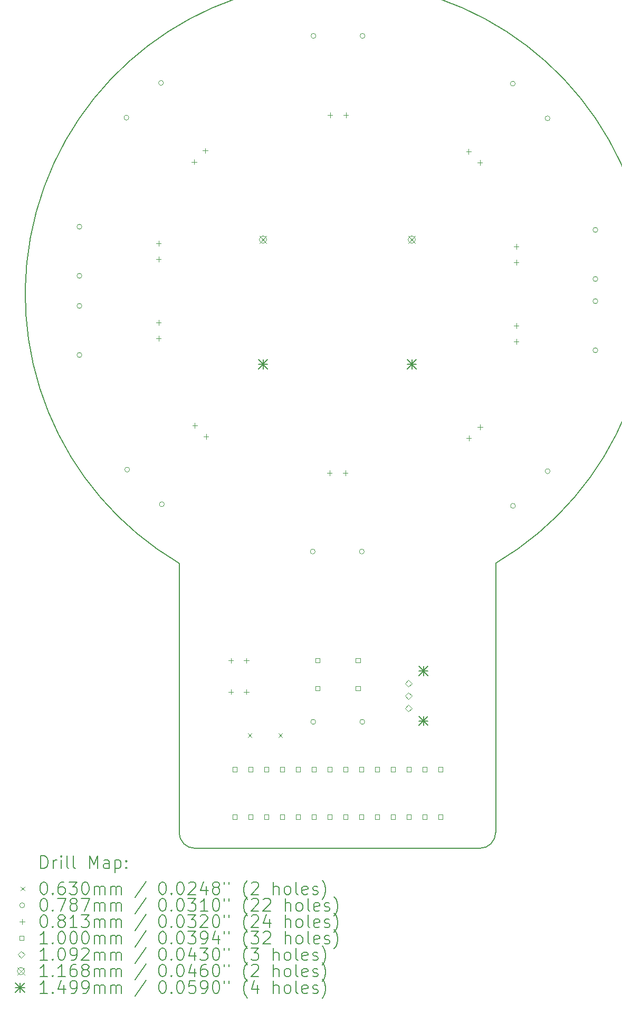
<source format=gbr>
%TF.GenerationSoftware,KiCad,Pcbnew,7.0.8*%
%TF.CreationDate,2023-11-22T11:24:06+01:00*%
%TF.ProjectId,ATMegaSpin,41544d65-6761-4537-9069-6e2e6b696361,2*%
%TF.SameCoordinates,Original*%
%TF.FileFunction,Drillmap*%
%TF.FilePolarity,Positive*%
%FSLAX45Y45*%
G04 Gerber Fmt 4.5, Leading zero omitted, Abs format (unit mm)*
G04 Created by KiCad (PCBNEW 7.0.8) date 2023-11-22 11:24:06*
%MOMM*%
%LPD*%
G01*
G04 APERTURE LIST*
%ADD10C,0.200000*%
%ADD11C,0.063000*%
%ADD12C,0.078740*%
%ADD13C,0.081280*%
%ADD14C,0.100000*%
%ADD15C,0.109220*%
%ADD16C,0.116840*%
%ADD17C,0.149860*%
G04 APERTURE END LIST*
D10*
X12626700Y-16969890D02*
X17198700Y-16969890D01*
X17452700Y-12397890D02*
X17452700Y-16715890D01*
X12372700Y-16715890D02*
G75*
G03*
X12626700Y-16969890I254000J0D01*
G01*
X17198700Y-16969890D02*
G75*
G03*
X17452700Y-16715890I0J254000D01*
G01*
X12372700Y-16715890D02*
X12372700Y-12397890D01*
X17452700Y-12397890D02*
G75*
G03*
X12372700Y-12397890I-2540000J4318000D01*
G01*
D11*
X13477200Y-15128390D02*
X13540200Y-15191390D01*
X13540200Y-15128390D02*
X13477200Y-15191390D01*
X13965200Y-15128390D02*
X14028200Y-15191390D01*
X14028200Y-15128390D02*
X13965200Y-15191390D01*
D12*
X10811870Y-7000390D02*
G75*
G03*
X10811870Y-7000390I-39370J0D01*
G01*
X10811870Y-7787790D02*
G75*
G03*
X10811870Y-7787790I-39370J0D01*
G01*
X10811870Y-8270390D02*
G75*
G03*
X10811870Y-8270390I-39370J0D01*
G01*
X10811870Y-9057790D02*
G75*
G03*
X10811870Y-9057790I-39370J0D01*
G01*
X11565854Y-5250456D02*
G75*
G03*
X11565854Y-5250456I-39370J0D01*
G01*
X11577650Y-10895730D02*
G75*
G03*
X11577650Y-10895730I-39370J0D01*
G01*
X12122630Y-4693680D02*
G75*
G03*
X12122630Y-4693680I-39370J0D01*
G01*
X12134426Y-11452506D02*
G75*
G03*
X12134426Y-11452506I-39370J0D01*
G01*
X14556370Y-12210090D02*
G75*
G03*
X14556370Y-12210090I-39370J0D01*
G01*
X14563570Y-14941490D02*
G75*
G03*
X14563570Y-14941490I-39370J0D01*
G01*
X14567900Y-3939690D02*
G75*
G03*
X14567900Y-3939690I-39370J0D01*
G01*
X15343770Y-12210090D02*
G75*
G03*
X15343770Y-12210090I-39370J0D01*
G01*
X15350970Y-14941490D02*
G75*
G03*
X15350970Y-14941490I-39370J0D01*
G01*
X15355300Y-3939690D02*
G75*
G03*
X15355300Y-3939690I-39370J0D01*
G01*
X17767904Y-4705474D02*
G75*
G03*
X17767904Y-4705474I-39370J0D01*
G01*
X17769710Y-11477900D02*
G75*
G03*
X17769710Y-11477900I-39370J0D01*
G01*
X18324680Y-5262250D02*
G75*
G03*
X18324680Y-5262250I-39370J0D01*
G01*
X18326486Y-10921124D02*
G75*
G03*
X18326486Y-10921124I-39370J0D01*
G01*
X19092270Y-7051190D02*
G75*
G03*
X19092270Y-7051190I-39370J0D01*
G01*
X19092270Y-7838590D02*
G75*
G03*
X19092270Y-7838590I-39370J0D01*
G01*
X19092270Y-8194190D02*
G75*
G03*
X19092270Y-8194190I-39370J0D01*
G01*
X19092270Y-8981590D02*
G75*
G03*
X19092270Y-8981590I-39370J0D01*
G01*
D13*
X12042500Y-7226450D02*
X12042500Y-7307730D01*
X12001860Y-7267090D02*
X12083140Y-7267090D01*
X12042500Y-7480450D02*
X12042500Y-7561730D01*
X12001860Y-7521090D02*
X12083140Y-7521090D01*
X12042500Y-8496450D02*
X12042500Y-8577730D01*
X12001860Y-8537090D02*
X12083140Y-8537090D01*
X12042500Y-8750450D02*
X12042500Y-8831730D01*
X12001860Y-8791090D02*
X12083140Y-8791090D01*
X12613095Y-5919255D02*
X12613095Y-6000535D01*
X12572455Y-5959895D02*
X12653735Y-5959895D01*
X12624890Y-10145640D02*
X12624890Y-10226920D01*
X12584250Y-10186280D02*
X12665530Y-10186280D01*
X12792700Y-5739650D02*
X12792700Y-5820930D01*
X12752060Y-5780290D02*
X12833340Y-5780290D01*
X12804495Y-10325245D02*
X12804495Y-10406525D01*
X12763855Y-10365885D02*
X12845135Y-10365885D01*
X13202700Y-13919250D02*
X13202700Y-14000530D01*
X13162060Y-13959890D02*
X13243340Y-13959890D01*
X13202700Y-14419250D02*
X13202700Y-14500530D01*
X13162060Y-14459890D02*
X13243340Y-14459890D01*
X13452700Y-13919250D02*
X13452700Y-14000530D01*
X13412060Y-13959890D02*
X13493340Y-13959890D01*
X13452700Y-14419250D02*
X13452700Y-14500530D01*
X13412060Y-14459890D02*
X13493340Y-14459890D01*
X14785700Y-10909450D02*
X14785700Y-10990730D01*
X14745060Y-10950090D02*
X14826340Y-10950090D01*
X14795230Y-5169050D02*
X14795230Y-5250330D01*
X14754590Y-5209690D02*
X14835870Y-5209690D01*
X15039700Y-10909450D02*
X15039700Y-10990730D01*
X14999060Y-10950090D02*
X15080340Y-10950090D01*
X15049230Y-5169050D02*
X15049230Y-5250330D01*
X15008590Y-5209690D02*
X15089870Y-5209690D01*
X17019095Y-5751445D02*
X17019095Y-5832725D01*
X16978455Y-5792085D02*
X17059735Y-5792085D01*
X17020900Y-10350650D02*
X17020900Y-10431930D01*
X16980260Y-10391290D02*
X17061540Y-10391290D01*
X17198700Y-5931050D02*
X17198700Y-6012330D01*
X17158060Y-5971690D02*
X17239340Y-5971690D01*
X17200505Y-10171045D02*
X17200505Y-10252325D01*
X17159865Y-10211685D02*
X17241145Y-10211685D01*
X17782900Y-7277250D02*
X17782900Y-7358530D01*
X17742260Y-7317890D02*
X17823540Y-7317890D01*
X17782900Y-7531250D02*
X17782900Y-7612530D01*
X17742260Y-7571890D02*
X17823540Y-7571890D01*
X17782900Y-8547250D02*
X17782900Y-8628530D01*
X17742260Y-8587890D02*
X17823540Y-8587890D01*
X17782900Y-8801250D02*
X17782900Y-8882530D01*
X17742260Y-8841890D02*
X17823540Y-8841890D01*
D14*
X13302256Y-15738846D02*
X13302256Y-15668134D01*
X13231544Y-15668134D01*
X13231544Y-15738846D01*
X13302256Y-15738846D01*
X13302256Y-16500846D02*
X13302256Y-16430134D01*
X13231544Y-16430134D01*
X13231544Y-16500846D01*
X13302256Y-16500846D01*
X13556256Y-15738846D02*
X13556256Y-15668134D01*
X13485544Y-15668134D01*
X13485544Y-15738846D01*
X13556256Y-15738846D01*
X13556256Y-16500846D02*
X13556256Y-16430134D01*
X13485544Y-16430134D01*
X13485544Y-16500846D01*
X13556256Y-16500846D01*
X13810256Y-15738846D02*
X13810256Y-15668134D01*
X13739544Y-15668134D01*
X13739544Y-15738846D01*
X13810256Y-15738846D01*
X13810256Y-16500846D02*
X13810256Y-16430134D01*
X13739544Y-16430134D01*
X13739544Y-16500846D01*
X13810256Y-16500846D01*
X14064256Y-15738846D02*
X14064256Y-15668134D01*
X13993544Y-15668134D01*
X13993544Y-15738846D01*
X14064256Y-15738846D01*
X14064256Y-16500846D02*
X14064256Y-16430134D01*
X13993544Y-16430134D01*
X13993544Y-16500846D01*
X14064256Y-16500846D01*
X14318256Y-15738846D02*
X14318256Y-15668134D01*
X14247544Y-15668134D01*
X14247544Y-15738846D01*
X14318256Y-15738846D01*
X14318256Y-16500846D02*
X14318256Y-16430134D01*
X14247544Y-16430134D01*
X14247544Y-16500846D01*
X14318256Y-16500846D01*
X14572256Y-15738846D02*
X14572256Y-15668134D01*
X14501544Y-15668134D01*
X14501544Y-15738846D01*
X14572256Y-15738846D01*
X14572256Y-16500846D02*
X14572256Y-16430134D01*
X14501544Y-16430134D01*
X14501544Y-16500846D01*
X14572256Y-16500846D01*
X14628256Y-13989846D02*
X14628256Y-13919134D01*
X14557544Y-13919134D01*
X14557544Y-13989846D01*
X14628256Y-13989846D01*
X14628256Y-14439846D02*
X14628256Y-14369134D01*
X14557544Y-14369134D01*
X14557544Y-14439846D01*
X14628256Y-14439846D01*
X14826256Y-15738846D02*
X14826256Y-15668134D01*
X14755544Y-15668134D01*
X14755544Y-15738846D01*
X14826256Y-15738846D01*
X14826256Y-16500846D02*
X14826256Y-16430134D01*
X14755544Y-16430134D01*
X14755544Y-16500846D01*
X14826256Y-16500846D01*
X15080256Y-15738846D02*
X15080256Y-15668134D01*
X15009544Y-15668134D01*
X15009544Y-15738846D01*
X15080256Y-15738846D01*
X15080256Y-16500846D02*
X15080256Y-16430134D01*
X15009544Y-16430134D01*
X15009544Y-16500846D01*
X15080256Y-16500846D01*
X15278256Y-13989846D02*
X15278256Y-13919134D01*
X15207544Y-13919134D01*
X15207544Y-13989846D01*
X15278256Y-13989846D01*
X15278256Y-14439846D02*
X15278256Y-14369134D01*
X15207544Y-14369134D01*
X15207544Y-14439846D01*
X15278256Y-14439846D01*
X15334256Y-15738846D02*
X15334256Y-15668134D01*
X15263544Y-15668134D01*
X15263544Y-15738846D01*
X15334256Y-15738846D01*
X15334256Y-16500846D02*
X15334256Y-16430134D01*
X15263544Y-16430134D01*
X15263544Y-16500846D01*
X15334256Y-16500846D01*
X15588256Y-15738846D02*
X15588256Y-15668134D01*
X15517544Y-15668134D01*
X15517544Y-15738846D01*
X15588256Y-15738846D01*
X15588256Y-16500846D02*
X15588256Y-16430134D01*
X15517544Y-16430134D01*
X15517544Y-16500846D01*
X15588256Y-16500846D01*
X15842256Y-15738846D02*
X15842256Y-15668134D01*
X15771544Y-15668134D01*
X15771544Y-15738846D01*
X15842256Y-15738846D01*
X15842256Y-16500846D02*
X15842256Y-16430134D01*
X15771544Y-16430134D01*
X15771544Y-16500846D01*
X15842256Y-16500846D01*
X16096256Y-15738846D02*
X16096256Y-15668134D01*
X16025544Y-15668134D01*
X16025544Y-15738846D01*
X16096256Y-15738846D01*
X16096256Y-16500846D02*
X16096256Y-16430134D01*
X16025544Y-16430134D01*
X16025544Y-16500846D01*
X16096256Y-16500846D01*
X16350256Y-15738846D02*
X16350256Y-15668134D01*
X16279544Y-15668134D01*
X16279544Y-15738846D01*
X16350256Y-15738846D01*
X16350256Y-16500846D02*
X16350256Y-16430134D01*
X16279544Y-16430134D01*
X16279544Y-16500846D01*
X16350256Y-16500846D01*
X16604256Y-15738846D02*
X16604256Y-15668134D01*
X16533544Y-15668134D01*
X16533544Y-15738846D01*
X16604256Y-15738846D01*
X16604256Y-16500846D02*
X16604256Y-16430134D01*
X16533544Y-16430134D01*
X16533544Y-16500846D01*
X16604256Y-16500846D01*
D15*
X16052800Y-14380210D02*
X16107410Y-14325600D01*
X16052800Y-14270990D01*
X15998190Y-14325600D01*
X16052800Y-14380210D01*
X16052800Y-14580210D02*
X16107410Y-14525600D01*
X16052800Y-14470990D01*
X15998190Y-14525600D01*
X16052800Y-14580210D01*
X16052800Y-14780210D02*
X16107410Y-14725600D01*
X16052800Y-14670990D01*
X15998190Y-14725600D01*
X16052800Y-14780210D01*
D16*
X13660480Y-7148370D02*
X13777320Y-7265210D01*
X13777320Y-7148370D02*
X13660480Y-7265210D01*
X13777320Y-7206790D02*
G75*
G03*
X13777320Y-7206790I-58420J0D01*
G01*
X16048080Y-7148370D02*
X16164920Y-7265210D01*
X16164920Y-7148370D02*
X16048080Y-7265210D01*
X16164920Y-7206790D02*
G75*
G03*
X16164920Y-7206790I-58420J0D01*
G01*
D17*
X13643970Y-9130840D02*
X13793830Y-9280700D01*
X13793830Y-9130840D02*
X13643970Y-9280700D01*
X13718900Y-9130840D02*
X13718900Y-9280700D01*
X13643970Y-9205770D02*
X13793830Y-9205770D01*
X16031570Y-9130840D02*
X16181430Y-9280700D01*
X16181430Y-9130840D02*
X16031570Y-9280700D01*
X16106500Y-9130840D02*
X16106500Y-9280700D01*
X16031570Y-9205770D02*
X16181430Y-9205770D01*
X16217870Y-14050670D02*
X16367730Y-14200530D01*
X16367730Y-14050670D02*
X16217870Y-14200530D01*
X16292800Y-14050670D02*
X16292800Y-14200530D01*
X16217870Y-14125600D02*
X16367730Y-14125600D01*
X16217870Y-14850670D02*
X16367730Y-15000530D01*
X16367730Y-14850670D02*
X16217870Y-15000530D01*
X16292800Y-14850670D02*
X16292800Y-15000530D01*
X16217870Y-14925600D02*
X16367730Y-14925600D01*
D10*
X10153814Y-17291374D02*
X10153814Y-17091374D01*
X10153814Y-17091374D02*
X10201433Y-17091374D01*
X10201433Y-17091374D02*
X10230004Y-17100898D01*
X10230004Y-17100898D02*
X10249052Y-17119945D01*
X10249052Y-17119945D02*
X10258576Y-17138993D01*
X10258576Y-17138993D02*
X10268100Y-17177088D01*
X10268100Y-17177088D02*
X10268100Y-17205660D01*
X10268100Y-17205660D02*
X10258576Y-17243755D01*
X10258576Y-17243755D02*
X10249052Y-17262802D01*
X10249052Y-17262802D02*
X10230004Y-17281850D01*
X10230004Y-17281850D02*
X10201433Y-17291374D01*
X10201433Y-17291374D02*
X10153814Y-17291374D01*
X10353814Y-17291374D02*
X10353814Y-17158040D01*
X10353814Y-17196136D02*
X10363338Y-17177088D01*
X10363338Y-17177088D02*
X10372862Y-17167564D01*
X10372862Y-17167564D02*
X10391909Y-17158040D01*
X10391909Y-17158040D02*
X10410957Y-17158040D01*
X10477623Y-17291374D02*
X10477623Y-17158040D01*
X10477623Y-17091374D02*
X10468100Y-17100898D01*
X10468100Y-17100898D02*
X10477623Y-17110421D01*
X10477623Y-17110421D02*
X10487147Y-17100898D01*
X10487147Y-17100898D02*
X10477623Y-17091374D01*
X10477623Y-17091374D02*
X10477623Y-17110421D01*
X10601433Y-17291374D02*
X10582385Y-17281850D01*
X10582385Y-17281850D02*
X10572862Y-17262802D01*
X10572862Y-17262802D02*
X10572862Y-17091374D01*
X10706195Y-17291374D02*
X10687147Y-17281850D01*
X10687147Y-17281850D02*
X10677623Y-17262802D01*
X10677623Y-17262802D02*
X10677623Y-17091374D01*
X10934766Y-17291374D02*
X10934766Y-17091374D01*
X10934766Y-17091374D02*
X11001433Y-17234231D01*
X11001433Y-17234231D02*
X11068100Y-17091374D01*
X11068100Y-17091374D02*
X11068100Y-17291374D01*
X11249052Y-17291374D02*
X11249052Y-17186612D01*
X11249052Y-17186612D02*
X11239528Y-17167564D01*
X11239528Y-17167564D02*
X11220481Y-17158040D01*
X11220481Y-17158040D02*
X11182385Y-17158040D01*
X11182385Y-17158040D02*
X11163338Y-17167564D01*
X11249052Y-17281850D02*
X11230004Y-17291374D01*
X11230004Y-17291374D02*
X11182385Y-17291374D01*
X11182385Y-17291374D02*
X11163338Y-17281850D01*
X11163338Y-17281850D02*
X11153814Y-17262802D01*
X11153814Y-17262802D02*
X11153814Y-17243755D01*
X11153814Y-17243755D02*
X11163338Y-17224707D01*
X11163338Y-17224707D02*
X11182385Y-17215183D01*
X11182385Y-17215183D02*
X11230004Y-17215183D01*
X11230004Y-17215183D02*
X11249052Y-17205660D01*
X11344290Y-17158040D02*
X11344290Y-17358040D01*
X11344290Y-17167564D02*
X11363338Y-17158040D01*
X11363338Y-17158040D02*
X11401433Y-17158040D01*
X11401433Y-17158040D02*
X11420481Y-17167564D01*
X11420481Y-17167564D02*
X11430004Y-17177088D01*
X11430004Y-17177088D02*
X11439528Y-17196136D01*
X11439528Y-17196136D02*
X11439528Y-17253279D01*
X11439528Y-17253279D02*
X11430004Y-17272326D01*
X11430004Y-17272326D02*
X11420481Y-17281850D01*
X11420481Y-17281850D02*
X11401433Y-17291374D01*
X11401433Y-17291374D02*
X11363338Y-17291374D01*
X11363338Y-17291374D02*
X11344290Y-17281850D01*
X11525242Y-17272326D02*
X11534766Y-17281850D01*
X11534766Y-17281850D02*
X11525242Y-17291374D01*
X11525242Y-17291374D02*
X11515719Y-17281850D01*
X11515719Y-17281850D02*
X11525242Y-17272326D01*
X11525242Y-17272326D02*
X11525242Y-17291374D01*
X11525242Y-17167564D02*
X11534766Y-17177088D01*
X11534766Y-17177088D02*
X11525242Y-17186612D01*
X11525242Y-17186612D02*
X11515719Y-17177088D01*
X11515719Y-17177088D02*
X11525242Y-17167564D01*
X11525242Y-17167564D02*
X11525242Y-17186612D01*
D11*
X9830037Y-17588390D02*
X9893037Y-17651390D01*
X9893037Y-17588390D02*
X9830037Y-17651390D01*
D10*
X10191909Y-17511374D02*
X10210957Y-17511374D01*
X10210957Y-17511374D02*
X10230004Y-17520898D01*
X10230004Y-17520898D02*
X10239528Y-17530421D01*
X10239528Y-17530421D02*
X10249052Y-17549469D01*
X10249052Y-17549469D02*
X10258576Y-17587564D01*
X10258576Y-17587564D02*
X10258576Y-17635183D01*
X10258576Y-17635183D02*
X10249052Y-17673279D01*
X10249052Y-17673279D02*
X10239528Y-17692326D01*
X10239528Y-17692326D02*
X10230004Y-17701850D01*
X10230004Y-17701850D02*
X10210957Y-17711374D01*
X10210957Y-17711374D02*
X10191909Y-17711374D01*
X10191909Y-17711374D02*
X10172862Y-17701850D01*
X10172862Y-17701850D02*
X10163338Y-17692326D01*
X10163338Y-17692326D02*
X10153814Y-17673279D01*
X10153814Y-17673279D02*
X10144290Y-17635183D01*
X10144290Y-17635183D02*
X10144290Y-17587564D01*
X10144290Y-17587564D02*
X10153814Y-17549469D01*
X10153814Y-17549469D02*
X10163338Y-17530421D01*
X10163338Y-17530421D02*
X10172862Y-17520898D01*
X10172862Y-17520898D02*
X10191909Y-17511374D01*
X10344290Y-17692326D02*
X10353814Y-17701850D01*
X10353814Y-17701850D02*
X10344290Y-17711374D01*
X10344290Y-17711374D02*
X10334766Y-17701850D01*
X10334766Y-17701850D02*
X10344290Y-17692326D01*
X10344290Y-17692326D02*
X10344290Y-17711374D01*
X10525243Y-17511374D02*
X10487147Y-17511374D01*
X10487147Y-17511374D02*
X10468100Y-17520898D01*
X10468100Y-17520898D02*
X10458576Y-17530421D01*
X10458576Y-17530421D02*
X10439528Y-17558993D01*
X10439528Y-17558993D02*
X10430004Y-17597088D01*
X10430004Y-17597088D02*
X10430004Y-17673279D01*
X10430004Y-17673279D02*
X10439528Y-17692326D01*
X10439528Y-17692326D02*
X10449052Y-17701850D01*
X10449052Y-17701850D02*
X10468100Y-17711374D01*
X10468100Y-17711374D02*
X10506195Y-17711374D01*
X10506195Y-17711374D02*
X10525243Y-17701850D01*
X10525243Y-17701850D02*
X10534766Y-17692326D01*
X10534766Y-17692326D02*
X10544290Y-17673279D01*
X10544290Y-17673279D02*
X10544290Y-17625660D01*
X10544290Y-17625660D02*
X10534766Y-17606612D01*
X10534766Y-17606612D02*
X10525243Y-17597088D01*
X10525243Y-17597088D02*
X10506195Y-17587564D01*
X10506195Y-17587564D02*
X10468100Y-17587564D01*
X10468100Y-17587564D02*
X10449052Y-17597088D01*
X10449052Y-17597088D02*
X10439528Y-17606612D01*
X10439528Y-17606612D02*
X10430004Y-17625660D01*
X10610957Y-17511374D02*
X10734766Y-17511374D01*
X10734766Y-17511374D02*
X10668100Y-17587564D01*
X10668100Y-17587564D02*
X10696671Y-17587564D01*
X10696671Y-17587564D02*
X10715719Y-17597088D01*
X10715719Y-17597088D02*
X10725243Y-17606612D01*
X10725243Y-17606612D02*
X10734766Y-17625660D01*
X10734766Y-17625660D02*
X10734766Y-17673279D01*
X10734766Y-17673279D02*
X10725243Y-17692326D01*
X10725243Y-17692326D02*
X10715719Y-17701850D01*
X10715719Y-17701850D02*
X10696671Y-17711374D01*
X10696671Y-17711374D02*
X10639528Y-17711374D01*
X10639528Y-17711374D02*
X10620481Y-17701850D01*
X10620481Y-17701850D02*
X10610957Y-17692326D01*
X10858576Y-17511374D02*
X10877624Y-17511374D01*
X10877624Y-17511374D02*
X10896671Y-17520898D01*
X10896671Y-17520898D02*
X10906195Y-17530421D01*
X10906195Y-17530421D02*
X10915719Y-17549469D01*
X10915719Y-17549469D02*
X10925243Y-17587564D01*
X10925243Y-17587564D02*
X10925243Y-17635183D01*
X10925243Y-17635183D02*
X10915719Y-17673279D01*
X10915719Y-17673279D02*
X10906195Y-17692326D01*
X10906195Y-17692326D02*
X10896671Y-17701850D01*
X10896671Y-17701850D02*
X10877624Y-17711374D01*
X10877624Y-17711374D02*
X10858576Y-17711374D01*
X10858576Y-17711374D02*
X10839528Y-17701850D01*
X10839528Y-17701850D02*
X10830004Y-17692326D01*
X10830004Y-17692326D02*
X10820481Y-17673279D01*
X10820481Y-17673279D02*
X10810957Y-17635183D01*
X10810957Y-17635183D02*
X10810957Y-17587564D01*
X10810957Y-17587564D02*
X10820481Y-17549469D01*
X10820481Y-17549469D02*
X10830004Y-17530421D01*
X10830004Y-17530421D02*
X10839528Y-17520898D01*
X10839528Y-17520898D02*
X10858576Y-17511374D01*
X11010957Y-17711374D02*
X11010957Y-17578040D01*
X11010957Y-17597088D02*
X11020481Y-17587564D01*
X11020481Y-17587564D02*
X11039528Y-17578040D01*
X11039528Y-17578040D02*
X11068100Y-17578040D01*
X11068100Y-17578040D02*
X11087147Y-17587564D01*
X11087147Y-17587564D02*
X11096671Y-17606612D01*
X11096671Y-17606612D02*
X11096671Y-17711374D01*
X11096671Y-17606612D02*
X11106195Y-17587564D01*
X11106195Y-17587564D02*
X11125243Y-17578040D01*
X11125243Y-17578040D02*
X11153814Y-17578040D01*
X11153814Y-17578040D02*
X11172862Y-17587564D01*
X11172862Y-17587564D02*
X11182385Y-17606612D01*
X11182385Y-17606612D02*
X11182385Y-17711374D01*
X11277623Y-17711374D02*
X11277623Y-17578040D01*
X11277623Y-17597088D02*
X11287147Y-17587564D01*
X11287147Y-17587564D02*
X11306195Y-17578040D01*
X11306195Y-17578040D02*
X11334766Y-17578040D01*
X11334766Y-17578040D02*
X11353814Y-17587564D01*
X11353814Y-17587564D02*
X11363338Y-17606612D01*
X11363338Y-17606612D02*
X11363338Y-17711374D01*
X11363338Y-17606612D02*
X11372862Y-17587564D01*
X11372862Y-17587564D02*
X11391909Y-17578040D01*
X11391909Y-17578040D02*
X11420481Y-17578040D01*
X11420481Y-17578040D02*
X11439528Y-17587564D01*
X11439528Y-17587564D02*
X11449052Y-17606612D01*
X11449052Y-17606612D02*
X11449052Y-17711374D01*
X11839528Y-17501850D02*
X11668100Y-17758993D01*
X12096671Y-17511374D02*
X12115719Y-17511374D01*
X12115719Y-17511374D02*
X12134766Y-17520898D01*
X12134766Y-17520898D02*
X12144290Y-17530421D01*
X12144290Y-17530421D02*
X12153814Y-17549469D01*
X12153814Y-17549469D02*
X12163338Y-17587564D01*
X12163338Y-17587564D02*
X12163338Y-17635183D01*
X12163338Y-17635183D02*
X12153814Y-17673279D01*
X12153814Y-17673279D02*
X12144290Y-17692326D01*
X12144290Y-17692326D02*
X12134766Y-17701850D01*
X12134766Y-17701850D02*
X12115719Y-17711374D01*
X12115719Y-17711374D02*
X12096671Y-17711374D01*
X12096671Y-17711374D02*
X12077624Y-17701850D01*
X12077624Y-17701850D02*
X12068100Y-17692326D01*
X12068100Y-17692326D02*
X12058576Y-17673279D01*
X12058576Y-17673279D02*
X12049052Y-17635183D01*
X12049052Y-17635183D02*
X12049052Y-17587564D01*
X12049052Y-17587564D02*
X12058576Y-17549469D01*
X12058576Y-17549469D02*
X12068100Y-17530421D01*
X12068100Y-17530421D02*
X12077624Y-17520898D01*
X12077624Y-17520898D02*
X12096671Y-17511374D01*
X12249052Y-17692326D02*
X12258576Y-17701850D01*
X12258576Y-17701850D02*
X12249052Y-17711374D01*
X12249052Y-17711374D02*
X12239528Y-17701850D01*
X12239528Y-17701850D02*
X12249052Y-17692326D01*
X12249052Y-17692326D02*
X12249052Y-17711374D01*
X12382385Y-17511374D02*
X12401433Y-17511374D01*
X12401433Y-17511374D02*
X12420481Y-17520898D01*
X12420481Y-17520898D02*
X12430005Y-17530421D01*
X12430005Y-17530421D02*
X12439528Y-17549469D01*
X12439528Y-17549469D02*
X12449052Y-17587564D01*
X12449052Y-17587564D02*
X12449052Y-17635183D01*
X12449052Y-17635183D02*
X12439528Y-17673279D01*
X12439528Y-17673279D02*
X12430005Y-17692326D01*
X12430005Y-17692326D02*
X12420481Y-17701850D01*
X12420481Y-17701850D02*
X12401433Y-17711374D01*
X12401433Y-17711374D02*
X12382385Y-17711374D01*
X12382385Y-17711374D02*
X12363338Y-17701850D01*
X12363338Y-17701850D02*
X12353814Y-17692326D01*
X12353814Y-17692326D02*
X12344290Y-17673279D01*
X12344290Y-17673279D02*
X12334766Y-17635183D01*
X12334766Y-17635183D02*
X12334766Y-17587564D01*
X12334766Y-17587564D02*
X12344290Y-17549469D01*
X12344290Y-17549469D02*
X12353814Y-17530421D01*
X12353814Y-17530421D02*
X12363338Y-17520898D01*
X12363338Y-17520898D02*
X12382385Y-17511374D01*
X12525243Y-17530421D02*
X12534766Y-17520898D01*
X12534766Y-17520898D02*
X12553814Y-17511374D01*
X12553814Y-17511374D02*
X12601433Y-17511374D01*
X12601433Y-17511374D02*
X12620481Y-17520898D01*
X12620481Y-17520898D02*
X12630005Y-17530421D01*
X12630005Y-17530421D02*
X12639528Y-17549469D01*
X12639528Y-17549469D02*
X12639528Y-17568517D01*
X12639528Y-17568517D02*
X12630005Y-17597088D01*
X12630005Y-17597088D02*
X12515719Y-17711374D01*
X12515719Y-17711374D02*
X12639528Y-17711374D01*
X12810957Y-17578040D02*
X12810957Y-17711374D01*
X12763338Y-17501850D02*
X12715719Y-17644707D01*
X12715719Y-17644707D02*
X12839528Y-17644707D01*
X12944290Y-17597088D02*
X12925243Y-17587564D01*
X12925243Y-17587564D02*
X12915719Y-17578040D01*
X12915719Y-17578040D02*
X12906195Y-17558993D01*
X12906195Y-17558993D02*
X12906195Y-17549469D01*
X12906195Y-17549469D02*
X12915719Y-17530421D01*
X12915719Y-17530421D02*
X12925243Y-17520898D01*
X12925243Y-17520898D02*
X12944290Y-17511374D01*
X12944290Y-17511374D02*
X12982386Y-17511374D01*
X12982386Y-17511374D02*
X13001433Y-17520898D01*
X13001433Y-17520898D02*
X13010957Y-17530421D01*
X13010957Y-17530421D02*
X13020481Y-17549469D01*
X13020481Y-17549469D02*
X13020481Y-17558993D01*
X13020481Y-17558993D02*
X13010957Y-17578040D01*
X13010957Y-17578040D02*
X13001433Y-17587564D01*
X13001433Y-17587564D02*
X12982386Y-17597088D01*
X12982386Y-17597088D02*
X12944290Y-17597088D01*
X12944290Y-17597088D02*
X12925243Y-17606612D01*
X12925243Y-17606612D02*
X12915719Y-17616136D01*
X12915719Y-17616136D02*
X12906195Y-17635183D01*
X12906195Y-17635183D02*
X12906195Y-17673279D01*
X12906195Y-17673279D02*
X12915719Y-17692326D01*
X12915719Y-17692326D02*
X12925243Y-17701850D01*
X12925243Y-17701850D02*
X12944290Y-17711374D01*
X12944290Y-17711374D02*
X12982386Y-17711374D01*
X12982386Y-17711374D02*
X13001433Y-17701850D01*
X13001433Y-17701850D02*
X13010957Y-17692326D01*
X13010957Y-17692326D02*
X13020481Y-17673279D01*
X13020481Y-17673279D02*
X13020481Y-17635183D01*
X13020481Y-17635183D02*
X13010957Y-17616136D01*
X13010957Y-17616136D02*
X13001433Y-17606612D01*
X13001433Y-17606612D02*
X12982386Y-17597088D01*
X13096671Y-17511374D02*
X13096671Y-17549469D01*
X13172862Y-17511374D02*
X13172862Y-17549469D01*
X13468100Y-17787564D02*
X13458576Y-17778040D01*
X13458576Y-17778040D02*
X13439528Y-17749469D01*
X13439528Y-17749469D02*
X13430005Y-17730421D01*
X13430005Y-17730421D02*
X13420481Y-17701850D01*
X13420481Y-17701850D02*
X13410957Y-17654231D01*
X13410957Y-17654231D02*
X13410957Y-17616136D01*
X13410957Y-17616136D02*
X13420481Y-17568517D01*
X13420481Y-17568517D02*
X13430005Y-17539945D01*
X13430005Y-17539945D02*
X13439528Y-17520898D01*
X13439528Y-17520898D02*
X13458576Y-17492326D01*
X13458576Y-17492326D02*
X13468100Y-17482802D01*
X13534767Y-17530421D02*
X13544290Y-17520898D01*
X13544290Y-17520898D02*
X13563338Y-17511374D01*
X13563338Y-17511374D02*
X13610957Y-17511374D01*
X13610957Y-17511374D02*
X13630005Y-17520898D01*
X13630005Y-17520898D02*
X13639528Y-17530421D01*
X13639528Y-17530421D02*
X13649052Y-17549469D01*
X13649052Y-17549469D02*
X13649052Y-17568517D01*
X13649052Y-17568517D02*
X13639528Y-17597088D01*
X13639528Y-17597088D02*
X13525243Y-17711374D01*
X13525243Y-17711374D02*
X13649052Y-17711374D01*
X13887148Y-17711374D02*
X13887148Y-17511374D01*
X13972862Y-17711374D02*
X13972862Y-17606612D01*
X13972862Y-17606612D02*
X13963338Y-17587564D01*
X13963338Y-17587564D02*
X13944290Y-17578040D01*
X13944290Y-17578040D02*
X13915719Y-17578040D01*
X13915719Y-17578040D02*
X13896671Y-17587564D01*
X13896671Y-17587564D02*
X13887148Y-17597088D01*
X14096671Y-17711374D02*
X14077624Y-17701850D01*
X14077624Y-17701850D02*
X14068100Y-17692326D01*
X14068100Y-17692326D02*
X14058576Y-17673279D01*
X14058576Y-17673279D02*
X14058576Y-17616136D01*
X14058576Y-17616136D02*
X14068100Y-17597088D01*
X14068100Y-17597088D02*
X14077624Y-17587564D01*
X14077624Y-17587564D02*
X14096671Y-17578040D01*
X14096671Y-17578040D02*
X14125243Y-17578040D01*
X14125243Y-17578040D02*
X14144290Y-17587564D01*
X14144290Y-17587564D02*
X14153814Y-17597088D01*
X14153814Y-17597088D02*
X14163338Y-17616136D01*
X14163338Y-17616136D02*
X14163338Y-17673279D01*
X14163338Y-17673279D02*
X14153814Y-17692326D01*
X14153814Y-17692326D02*
X14144290Y-17701850D01*
X14144290Y-17701850D02*
X14125243Y-17711374D01*
X14125243Y-17711374D02*
X14096671Y-17711374D01*
X14277624Y-17711374D02*
X14258576Y-17701850D01*
X14258576Y-17701850D02*
X14249052Y-17682802D01*
X14249052Y-17682802D02*
X14249052Y-17511374D01*
X14430005Y-17701850D02*
X14410957Y-17711374D01*
X14410957Y-17711374D02*
X14372862Y-17711374D01*
X14372862Y-17711374D02*
X14353814Y-17701850D01*
X14353814Y-17701850D02*
X14344290Y-17682802D01*
X14344290Y-17682802D02*
X14344290Y-17606612D01*
X14344290Y-17606612D02*
X14353814Y-17587564D01*
X14353814Y-17587564D02*
X14372862Y-17578040D01*
X14372862Y-17578040D02*
X14410957Y-17578040D01*
X14410957Y-17578040D02*
X14430005Y-17587564D01*
X14430005Y-17587564D02*
X14439529Y-17606612D01*
X14439529Y-17606612D02*
X14439529Y-17625660D01*
X14439529Y-17625660D02*
X14344290Y-17644707D01*
X14515719Y-17701850D02*
X14534767Y-17711374D01*
X14534767Y-17711374D02*
X14572862Y-17711374D01*
X14572862Y-17711374D02*
X14591910Y-17701850D01*
X14591910Y-17701850D02*
X14601433Y-17682802D01*
X14601433Y-17682802D02*
X14601433Y-17673279D01*
X14601433Y-17673279D02*
X14591910Y-17654231D01*
X14591910Y-17654231D02*
X14572862Y-17644707D01*
X14572862Y-17644707D02*
X14544290Y-17644707D01*
X14544290Y-17644707D02*
X14525243Y-17635183D01*
X14525243Y-17635183D02*
X14515719Y-17616136D01*
X14515719Y-17616136D02*
X14515719Y-17606612D01*
X14515719Y-17606612D02*
X14525243Y-17587564D01*
X14525243Y-17587564D02*
X14544290Y-17578040D01*
X14544290Y-17578040D02*
X14572862Y-17578040D01*
X14572862Y-17578040D02*
X14591910Y-17587564D01*
X14668100Y-17787564D02*
X14677624Y-17778040D01*
X14677624Y-17778040D02*
X14696671Y-17749469D01*
X14696671Y-17749469D02*
X14706195Y-17730421D01*
X14706195Y-17730421D02*
X14715719Y-17701850D01*
X14715719Y-17701850D02*
X14725243Y-17654231D01*
X14725243Y-17654231D02*
X14725243Y-17616136D01*
X14725243Y-17616136D02*
X14715719Y-17568517D01*
X14715719Y-17568517D02*
X14706195Y-17539945D01*
X14706195Y-17539945D02*
X14696671Y-17520898D01*
X14696671Y-17520898D02*
X14677624Y-17492326D01*
X14677624Y-17492326D02*
X14668100Y-17482802D01*
D12*
X9893037Y-17883890D02*
G75*
G03*
X9893037Y-17883890I-39370J0D01*
G01*
D10*
X10191909Y-17775374D02*
X10210957Y-17775374D01*
X10210957Y-17775374D02*
X10230004Y-17784898D01*
X10230004Y-17784898D02*
X10239528Y-17794421D01*
X10239528Y-17794421D02*
X10249052Y-17813469D01*
X10249052Y-17813469D02*
X10258576Y-17851564D01*
X10258576Y-17851564D02*
X10258576Y-17899183D01*
X10258576Y-17899183D02*
X10249052Y-17937279D01*
X10249052Y-17937279D02*
X10239528Y-17956326D01*
X10239528Y-17956326D02*
X10230004Y-17965850D01*
X10230004Y-17965850D02*
X10210957Y-17975374D01*
X10210957Y-17975374D02*
X10191909Y-17975374D01*
X10191909Y-17975374D02*
X10172862Y-17965850D01*
X10172862Y-17965850D02*
X10163338Y-17956326D01*
X10163338Y-17956326D02*
X10153814Y-17937279D01*
X10153814Y-17937279D02*
X10144290Y-17899183D01*
X10144290Y-17899183D02*
X10144290Y-17851564D01*
X10144290Y-17851564D02*
X10153814Y-17813469D01*
X10153814Y-17813469D02*
X10163338Y-17794421D01*
X10163338Y-17794421D02*
X10172862Y-17784898D01*
X10172862Y-17784898D02*
X10191909Y-17775374D01*
X10344290Y-17956326D02*
X10353814Y-17965850D01*
X10353814Y-17965850D02*
X10344290Y-17975374D01*
X10344290Y-17975374D02*
X10334766Y-17965850D01*
X10334766Y-17965850D02*
X10344290Y-17956326D01*
X10344290Y-17956326D02*
X10344290Y-17975374D01*
X10420481Y-17775374D02*
X10553814Y-17775374D01*
X10553814Y-17775374D02*
X10468100Y-17975374D01*
X10658576Y-17861088D02*
X10639528Y-17851564D01*
X10639528Y-17851564D02*
X10630004Y-17842040D01*
X10630004Y-17842040D02*
X10620481Y-17822993D01*
X10620481Y-17822993D02*
X10620481Y-17813469D01*
X10620481Y-17813469D02*
X10630004Y-17794421D01*
X10630004Y-17794421D02*
X10639528Y-17784898D01*
X10639528Y-17784898D02*
X10658576Y-17775374D01*
X10658576Y-17775374D02*
X10696671Y-17775374D01*
X10696671Y-17775374D02*
X10715719Y-17784898D01*
X10715719Y-17784898D02*
X10725243Y-17794421D01*
X10725243Y-17794421D02*
X10734766Y-17813469D01*
X10734766Y-17813469D02*
X10734766Y-17822993D01*
X10734766Y-17822993D02*
X10725243Y-17842040D01*
X10725243Y-17842040D02*
X10715719Y-17851564D01*
X10715719Y-17851564D02*
X10696671Y-17861088D01*
X10696671Y-17861088D02*
X10658576Y-17861088D01*
X10658576Y-17861088D02*
X10639528Y-17870612D01*
X10639528Y-17870612D02*
X10630004Y-17880136D01*
X10630004Y-17880136D02*
X10620481Y-17899183D01*
X10620481Y-17899183D02*
X10620481Y-17937279D01*
X10620481Y-17937279D02*
X10630004Y-17956326D01*
X10630004Y-17956326D02*
X10639528Y-17965850D01*
X10639528Y-17965850D02*
X10658576Y-17975374D01*
X10658576Y-17975374D02*
X10696671Y-17975374D01*
X10696671Y-17975374D02*
X10715719Y-17965850D01*
X10715719Y-17965850D02*
X10725243Y-17956326D01*
X10725243Y-17956326D02*
X10734766Y-17937279D01*
X10734766Y-17937279D02*
X10734766Y-17899183D01*
X10734766Y-17899183D02*
X10725243Y-17880136D01*
X10725243Y-17880136D02*
X10715719Y-17870612D01*
X10715719Y-17870612D02*
X10696671Y-17861088D01*
X10801433Y-17775374D02*
X10934766Y-17775374D01*
X10934766Y-17775374D02*
X10849052Y-17975374D01*
X11010957Y-17975374D02*
X11010957Y-17842040D01*
X11010957Y-17861088D02*
X11020481Y-17851564D01*
X11020481Y-17851564D02*
X11039528Y-17842040D01*
X11039528Y-17842040D02*
X11068100Y-17842040D01*
X11068100Y-17842040D02*
X11087147Y-17851564D01*
X11087147Y-17851564D02*
X11096671Y-17870612D01*
X11096671Y-17870612D02*
X11096671Y-17975374D01*
X11096671Y-17870612D02*
X11106195Y-17851564D01*
X11106195Y-17851564D02*
X11125243Y-17842040D01*
X11125243Y-17842040D02*
X11153814Y-17842040D01*
X11153814Y-17842040D02*
X11172862Y-17851564D01*
X11172862Y-17851564D02*
X11182385Y-17870612D01*
X11182385Y-17870612D02*
X11182385Y-17975374D01*
X11277623Y-17975374D02*
X11277623Y-17842040D01*
X11277623Y-17861088D02*
X11287147Y-17851564D01*
X11287147Y-17851564D02*
X11306195Y-17842040D01*
X11306195Y-17842040D02*
X11334766Y-17842040D01*
X11334766Y-17842040D02*
X11353814Y-17851564D01*
X11353814Y-17851564D02*
X11363338Y-17870612D01*
X11363338Y-17870612D02*
X11363338Y-17975374D01*
X11363338Y-17870612D02*
X11372862Y-17851564D01*
X11372862Y-17851564D02*
X11391909Y-17842040D01*
X11391909Y-17842040D02*
X11420481Y-17842040D01*
X11420481Y-17842040D02*
X11439528Y-17851564D01*
X11439528Y-17851564D02*
X11449052Y-17870612D01*
X11449052Y-17870612D02*
X11449052Y-17975374D01*
X11839528Y-17765850D02*
X11668100Y-18022993D01*
X12096671Y-17775374D02*
X12115719Y-17775374D01*
X12115719Y-17775374D02*
X12134766Y-17784898D01*
X12134766Y-17784898D02*
X12144290Y-17794421D01*
X12144290Y-17794421D02*
X12153814Y-17813469D01*
X12153814Y-17813469D02*
X12163338Y-17851564D01*
X12163338Y-17851564D02*
X12163338Y-17899183D01*
X12163338Y-17899183D02*
X12153814Y-17937279D01*
X12153814Y-17937279D02*
X12144290Y-17956326D01*
X12144290Y-17956326D02*
X12134766Y-17965850D01*
X12134766Y-17965850D02*
X12115719Y-17975374D01*
X12115719Y-17975374D02*
X12096671Y-17975374D01*
X12096671Y-17975374D02*
X12077624Y-17965850D01*
X12077624Y-17965850D02*
X12068100Y-17956326D01*
X12068100Y-17956326D02*
X12058576Y-17937279D01*
X12058576Y-17937279D02*
X12049052Y-17899183D01*
X12049052Y-17899183D02*
X12049052Y-17851564D01*
X12049052Y-17851564D02*
X12058576Y-17813469D01*
X12058576Y-17813469D02*
X12068100Y-17794421D01*
X12068100Y-17794421D02*
X12077624Y-17784898D01*
X12077624Y-17784898D02*
X12096671Y-17775374D01*
X12249052Y-17956326D02*
X12258576Y-17965850D01*
X12258576Y-17965850D02*
X12249052Y-17975374D01*
X12249052Y-17975374D02*
X12239528Y-17965850D01*
X12239528Y-17965850D02*
X12249052Y-17956326D01*
X12249052Y-17956326D02*
X12249052Y-17975374D01*
X12382385Y-17775374D02*
X12401433Y-17775374D01*
X12401433Y-17775374D02*
X12420481Y-17784898D01*
X12420481Y-17784898D02*
X12430005Y-17794421D01*
X12430005Y-17794421D02*
X12439528Y-17813469D01*
X12439528Y-17813469D02*
X12449052Y-17851564D01*
X12449052Y-17851564D02*
X12449052Y-17899183D01*
X12449052Y-17899183D02*
X12439528Y-17937279D01*
X12439528Y-17937279D02*
X12430005Y-17956326D01*
X12430005Y-17956326D02*
X12420481Y-17965850D01*
X12420481Y-17965850D02*
X12401433Y-17975374D01*
X12401433Y-17975374D02*
X12382385Y-17975374D01*
X12382385Y-17975374D02*
X12363338Y-17965850D01*
X12363338Y-17965850D02*
X12353814Y-17956326D01*
X12353814Y-17956326D02*
X12344290Y-17937279D01*
X12344290Y-17937279D02*
X12334766Y-17899183D01*
X12334766Y-17899183D02*
X12334766Y-17851564D01*
X12334766Y-17851564D02*
X12344290Y-17813469D01*
X12344290Y-17813469D02*
X12353814Y-17794421D01*
X12353814Y-17794421D02*
X12363338Y-17784898D01*
X12363338Y-17784898D02*
X12382385Y-17775374D01*
X12515719Y-17775374D02*
X12639528Y-17775374D01*
X12639528Y-17775374D02*
X12572862Y-17851564D01*
X12572862Y-17851564D02*
X12601433Y-17851564D01*
X12601433Y-17851564D02*
X12620481Y-17861088D01*
X12620481Y-17861088D02*
X12630005Y-17870612D01*
X12630005Y-17870612D02*
X12639528Y-17889660D01*
X12639528Y-17889660D02*
X12639528Y-17937279D01*
X12639528Y-17937279D02*
X12630005Y-17956326D01*
X12630005Y-17956326D02*
X12620481Y-17965850D01*
X12620481Y-17965850D02*
X12601433Y-17975374D01*
X12601433Y-17975374D02*
X12544290Y-17975374D01*
X12544290Y-17975374D02*
X12525243Y-17965850D01*
X12525243Y-17965850D02*
X12515719Y-17956326D01*
X12830005Y-17975374D02*
X12715719Y-17975374D01*
X12772862Y-17975374D02*
X12772862Y-17775374D01*
X12772862Y-17775374D02*
X12753814Y-17803945D01*
X12753814Y-17803945D02*
X12734766Y-17822993D01*
X12734766Y-17822993D02*
X12715719Y-17832517D01*
X12953814Y-17775374D02*
X12972862Y-17775374D01*
X12972862Y-17775374D02*
X12991909Y-17784898D01*
X12991909Y-17784898D02*
X13001433Y-17794421D01*
X13001433Y-17794421D02*
X13010957Y-17813469D01*
X13010957Y-17813469D02*
X13020481Y-17851564D01*
X13020481Y-17851564D02*
X13020481Y-17899183D01*
X13020481Y-17899183D02*
X13010957Y-17937279D01*
X13010957Y-17937279D02*
X13001433Y-17956326D01*
X13001433Y-17956326D02*
X12991909Y-17965850D01*
X12991909Y-17965850D02*
X12972862Y-17975374D01*
X12972862Y-17975374D02*
X12953814Y-17975374D01*
X12953814Y-17975374D02*
X12934766Y-17965850D01*
X12934766Y-17965850D02*
X12925243Y-17956326D01*
X12925243Y-17956326D02*
X12915719Y-17937279D01*
X12915719Y-17937279D02*
X12906195Y-17899183D01*
X12906195Y-17899183D02*
X12906195Y-17851564D01*
X12906195Y-17851564D02*
X12915719Y-17813469D01*
X12915719Y-17813469D02*
X12925243Y-17794421D01*
X12925243Y-17794421D02*
X12934766Y-17784898D01*
X12934766Y-17784898D02*
X12953814Y-17775374D01*
X13096671Y-17775374D02*
X13096671Y-17813469D01*
X13172862Y-17775374D02*
X13172862Y-17813469D01*
X13468100Y-18051564D02*
X13458576Y-18042040D01*
X13458576Y-18042040D02*
X13439528Y-18013469D01*
X13439528Y-18013469D02*
X13430005Y-17994421D01*
X13430005Y-17994421D02*
X13420481Y-17965850D01*
X13420481Y-17965850D02*
X13410957Y-17918231D01*
X13410957Y-17918231D02*
X13410957Y-17880136D01*
X13410957Y-17880136D02*
X13420481Y-17832517D01*
X13420481Y-17832517D02*
X13430005Y-17803945D01*
X13430005Y-17803945D02*
X13439528Y-17784898D01*
X13439528Y-17784898D02*
X13458576Y-17756326D01*
X13458576Y-17756326D02*
X13468100Y-17746802D01*
X13534767Y-17794421D02*
X13544290Y-17784898D01*
X13544290Y-17784898D02*
X13563338Y-17775374D01*
X13563338Y-17775374D02*
X13610957Y-17775374D01*
X13610957Y-17775374D02*
X13630005Y-17784898D01*
X13630005Y-17784898D02*
X13639528Y-17794421D01*
X13639528Y-17794421D02*
X13649052Y-17813469D01*
X13649052Y-17813469D02*
X13649052Y-17832517D01*
X13649052Y-17832517D02*
X13639528Y-17861088D01*
X13639528Y-17861088D02*
X13525243Y-17975374D01*
X13525243Y-17975374D02*
X13649052Y-17975374D01*
X13725243Y-17794421D02*
X13734767Y-17784898D01*
X13734767Y-17784898D02*
X13753814Y-17775374D01*
X13753814Y-17775374D02*
X13801433Y-17775374D01*
X13801433Y-17775374D02*
X13820481Y-17784898D01*
X13820481Y-17784898D02*
X13830005Y-17794421D01*
X13830005Y-17794421D02*
X13839528Y-17813469D01*
X13839528Y-17813469D02*
X13839528Y-17832517D01*
X13839528Y-17832517D02*
X13830005Y-17861088D01*
X13830005Y-17861088D02*
X13715719Y-17975374D01*
X13715719Y-17975374D02*
X13839528Y-17975374D01*
X14077624Y-17975374D02*
X14077624Y-17775374D01*
X14163338Y-17975374D02*
X14163338Y-17870612D01*
X14163338Y-17870612D02*
X14153814Y-17851564D01*
X14153814Y-17851564D02*
X14134767Y-17842040D01*
X14134767Y-17842040D02*
X14106195Y-17842040D01*
X14106195Y-17842040D02*
X14087148Y-17851564D01*
X14087148Y-17851564D02*
X14077624Y-17861088D01*
X14287148Y-17975374D02*
X14268100Y-17965850D01*
X14268100Y-17965850D02*
X14258576Y-17956326D01*
X14258576Y-17956326D02*
X14249052Y-17937279D01*
X14249052Y-17937279D02*
X14249052Y-17880136D01*
X14249052Y-17880136D02*
X14258576Y-17861088D01*
X14258576Y-17861088D02*
X14268100Y-17851564D01*
X14268100Y-17851564D02*
X14287148Y-17842040D01*
X14287148Y-17842040D02*
X14315719Y-17842040D01*
X14315719Y-17842040D02*
X14334767Y-17851564D01*
X14334767Y-17851564D02*
X14344290Y-17861088D01*
X14344290Y-17861088D02*
X14353814Y-17880136D01*
X14353814Y-17880136D02*
X14353814Y-17937279D01*
X14353814Y-17937279D02*
X14344290Y-17956326D01*
X14344290Y-17956326D02*
X14334767Y-17965850D01*
X14334767Y-17965850D02*
X14315719Y-17975374D01*
X14315719Y-17975374D02*
X14287148Y-17975374D01*
X14468100Y-17975374D02*
X14449052Y-17965850D01*
X14449052Y-17965850D02*
X14439529Y-17946802D01*
X14439529Y-17946802D02*
X14439529Y-17775374D01*
X14620481Y-17965850D02*
X14601433Y-17975374D01*
X14601433Y-17975374D02*
X14563338Y-17975374D01*
X14563338Y-17975374D02*
X14544290Y-17965850D01*
X14544290Y-17965850D02*
X14534767Y-17946802D01*
X14534767Y-17946802D02*
X14534767Y-17870612D01*
X14534767Y-17870612D02*
X14544290Y-17851564D01*
X14544290Y-17851564D02*
X14563338Y-17842040D01*
X14563338Y-17842040D02*
X14601433Y-17842040D01*
X14601433Y-17842040D02*
X14620481Y-17851564D01*
X14620481Y-17851564D02*
X14630005Y-17870612D01*
X14630005Y-17870612D02*
X14630005Y-17889660D01*
X14630005Y-17889660D02*
X14534767Y-17908707D01*
X14706195Y-17965850D02*
X14725243Y-17975374D01*
X14725243Y-17975374D02*
X14763338Y-17975374D01*
X14763338Y-17975374D02*
X14782386Y-17965850D01*
X14782386Y-17965850D02*
X14791910Y-17946802D01*
X14791910Y-17946802D02*
X14791910Y-17937279D01*
X14791910Y-17937279D02*
X14782386Y-17918231D01*
X14782386Y-17918231D02*
X14763338Y-17908707D01*
X14763338Y-17908707D02*
X14734767Y-17908707D01*
X14734767Y-17908707D02*
X14715719Y-17899183D01*
X14715719Y-17899183D02*
X14706195Y-17880136D01*
X14706195Y-17880136D02*
X14706195Y-17870612D01*
X14706195Y-17870612D02*
X14715719Y-17851564D01*
X14715719Y-17851564D02*
X14734767Y-17842040D01*
X14734767Y-17842040D02*
X14763338Y-17842040D01*
X14763338Y-17842040D02*
X14782386Y-17851564D01*
X14858576Y-18051564D02*
X14868100Y-18042040D01*
X14868100Y-18042040D02*
X14887148Y-18013469D01*
X14887148Y-18013469D02*
X14896671Y-17994421D01*
X14896671Y-17994421D02*
X14906195Y-17965850D01*
X14906195Y-17965850D02*
X14915719Y-17918231D01*
X14915719Y-17918231D02*
X14915719Y-17880136D01*
X14915719Y-17880136D02*
X14906195Y-17832517D01*
X14906195Y-17832517D02*
X14896671Y-17803945D01*
X14896671Y-17803945D02*
X14887148Y-17784898D01*
X14887148Y-17784898D02*
X14868100Y-17756326D01*
X14868100Y-17756326D02*
X14858576Y-17746802D01*
D13*
X9852397Y-18107250D02*
X9852397Y-18188530D01*
X9811757Y-18147890D02*
X9893037Y-18147890D01*
D10*
X10191909Y-18039374D02*
X10210957Y-18039374D01*
X10210957Y-18039374D02*
X10230004Y-18048898D01*
X10230004Y-18048898D02*
X10239528Y-18058421D01*
X10239528Y-18058421D02*
X10249052Y-18077469D01*
X10249052Y-18077469D02*
X10258576Y-18115564D01*
X10258576Y-18115564D02*
X10258576Y-18163183D01*
X10258576Y-18163183D02*
X10249052Y-18201279D01*
X10249052Y-18201279D02*
X10239528Y-18220326D01*
X10239528Y-18220326D02*
X10230004Y-18229850D01*
X10230004Y-18229850D02*
X10210957Y-18239374D01*
X10210957Y-18239374D02*
X10191909Y-18239374D01*
X10191909Y-18239374D02*
X10172862Y-18229850D01*
X10172862Y-18229850D02*
X10163338Y-18220326D01*
X10163338Y-18220326D02*
X10153814Y-18201279D01*
X10153814Y-18201279D02*
X10144290Y-18163183D01*
X10144290Y-18163183D02*
X10144290Y-18115564D01*
X10144290Y-18115564D02*
X10153814Y-18077469D01*
X10153814Y-18077469D02*
X10163338Y-18058421D01*
X10163338Y-18058421D02*
X10172862Y-18048898D01*
X10172862Y-18048898D02*
X10191909Y-18039374D01*
X10344290Y-18220326D02*
X10353814Y-18229850D01*
X10353814Y-18229850D02*
X10344290Y-18239374D01*
X10344290Y-18239374D02*
X10334766Y-18229850D01*
X10334766Y-18229850D02*
X10344290Y-18220326D01*
X10344290Y-18220326D02*
X10344290Y-18239374D01*
X10468100Y-18125088D02*
X10449052Y-18115564D01*
X10449052Y-18115564D02*
X10439528Y-18106040D01*
X10439528Y-18106040D02*
X10430004Y-18086993D01*
X10430004Y-18086993D02*
X10430004Y-18077469D01*
X10430004Y-18077469D02*
X10439528Y-18058421D01*
X10439528Y-18058421D02*
X10449052Y-18048898D01*
X10449052Y-18048898D02*
X10468100Y-18039374D01*
X10468100Y-18039374D02*
X10506195Y-18039374D01*
X10506195Y-18039374D02*
X10525243Y-18048898D01*
X10525243Y-18048898D02*
X10534766Y-18058421D01*
X10534766Y-18058421D02*
X10544290Y-18077469D01*
X10544290Y-18077469D02*
X10544290Y-18086993D01*
X10544290Y-18086993D02*
X10534766Y-18106040D01*
X10534766Y-18106040D02*
X10525243Y-18115564D01*
X10525243Y-18115564D02*
X10506195Y-18125088D01*
X10506195Y-18125088D02*
X10468100Y-18125088D01*
X10468100Y-18125088D02*
X10449052Y-18134612D01*
X10449052Y-18134612D02*
X10439528Y-18144136D01*
X10439528Y-18144136D02*
X10430004Y-18163183D01*
X10430004Y-18163183D02*
X10430004Y-18201279D01*
X10430004Y-18201279D02*
X10439528Y-18220326D01*
X10439528Y-18220326D02*
X10449052Y-18229850D01*
X10449052Y-18229850D02*
X10468100Y-18239374D01*
X10468100Y-18239374D02*
X10506195Y-18239374D01*
X10506195Y-18239374D02*
X10525243Y-18229850D01*
X10525243Y-18229850D02*
X10534766Y-18220326D01*
X10534766Y-18220326D02*
X10544290Y-18201279D01*
X10544290Y-18201279D02*
X10544290Y-18163183D01*
X10544290Y-18163183D02*
X10534766Y-18144136D01*
X10534766Y-18144136D02*
X10525243Y-18134612D01*
X10525243Y-18134612D02*
X10506195Y-18125088D01*
X10734766Y-18239374D02*
X10620481Y-18239374D01*
X10677623Y-18239374D02*
X10677623Y-18039374D01*
X10677623Y-18039374D02*
X10658576Y-18067945D01*
X10658576Y-18067945D02*
X10639528Y-18086993D01*
X10639528Y-18086993D02*
X10620481Y-18096517D01*
X10801433Y-18039374D02*
X10925243Y-18039374D01*
X10925243Y-18039374D02*
X10858576Y-18115564D01*
X10858576Y-18115564D02*
X10887147Y-18115564D01*
X10887147Y-18115564D02*
X10906195Y-18125088D01*
X10906195Y-18125088D02*
X10915719Y-18134612D01*
X10915719Y-18134612D02*
X10925243Y-18153660D01*
X10925243Y-18153660D02*
X10925243Y-18201279D01*
X10925243Y-18201279D02*
X10915719Y-18220326D01*
X10915719Y-18220326D02*
X10906195Y-18229850D01*
X10906195Y-18229850D02*
X10887147Y-18239374D01*
X10887147Y-18239374D02*
X10830004Y-18239374D01*
X10830004Y-18239374D02*
X10810957Y-18229850D01*
X10810957Y-18229850D02*
X10801433Y-18220326D01*
X11010957Y-18239374D02*
X11010957Y-18106040D01*
X11010957Y-18125088D02*
X11020481Y-18115564D01*
X11020481Y-18115564D02*
X11039528Y-18106040D01*
X11039528Y-18106040D02*
X11068100Y-18106040D01*
X11068100Y-18106040D02*
X11087147Y-18115564D01*
X11087147Y-18115564D02*
X11096671Y-18134612D01*
X11096671Y-18134612D02*
X11096671Y-18239374D01*
X11096671Y-18134612D02*
X11106195Y-18115564D01*
X11106195Y-18115564D02*
X11125243Y-18106040D01*
X11125243Y-18106040D02*
X11153814Y-18106040D01*
X11153814Y-18106040D02*
X11172862Y-18115564D01*
X11172862Y-18115564D02*
X11182385Y-18134612D01*
X11182385Y-18134612D02*
X11182385Y-18239374D01*
X11277623Y-18239374D02*
X11277623Y-18106040D01*
X11277623Y-18125088D02*
X11287147Y-18115564D01*
X11287147Y-18115564D02*
X11306195Y-18106040D01*
X11306195Y-18106040D02*
X11334766Y-18106040D01*
X11334766Y-18106040D02*
X11353814Y-18115564D01*
X11353814Y-18115564D02*
X11363338Y-18134612D01*
X11363338Y-18134612D02*
X11363338Y-18239374D01*
X11363338Y-18134612D02*
X11372862Y-18115564D01*
X11372862Y-18115564D02*
X11391909Y-18106040D01*
X11391909Y-18106040D02*
X11420481Y-18106040D01*
X11420481Y-18106040D02*
X11439528Y-18115564D01*
X11439528Y-18115564D02*
X11449052Y-18134612D01*
X11449052Y-18134612D02*
X11449052Y-18239374D01*
X11839528Y-18029850D02*
X11668100Y-18286993D01*
X12096671Y-18039374D02*
X12115719Y-18039374D01*
X12115719Y-18039374D02*
X12134766Y-18048898D01*
X12134766Y-18048898D02*
X12144290Y-18058421D01*
X12144290Y-18058421D02*
X12153814Y-18077469D01*
X12153814Y-18077469D02*
X12163338Y-18115564D01*
X12163338Y-18115564D02*
X12163338Y-18163183D01*
X12163338Y-18163183D02*
X12153814Y-18201279D01*
X12153814Y-18201279D02*
X12144290Y-18220326D01*
X12144290Y-18220326D02*
X12134766Y-18229850D01*
X12134766Y-18229850D02*
X12115719Y-18239374D01*
X12115719Y-18239374D02*
X12096671Y-18239374D01*
X12096671Y-18239374D02*
X12077624Y-18229850D01*
X12077624Y-18229850D02*
X12068100Y-18220326D01*
X12068100Y-18220326D02*
X12058576Y-18201279D01*
X12058576Y-18201279D02*
X12049052Y-18163183D01*
X12049052Y-18163183D02*
X12049052Y-18115564D01*
X12049052Y-18115564D02*
X12058576Y-18077469D01*
X12058576Y-18077469D02*
X12068100Y-18058421D01*
X12068100Y-18058421D02*
X12077624Y-18048898D01*
X12077624Y-18048898D02*
X12096671Y-18039374D01*
X12249052Y-18220326D02*
X12258576Y-18229850D01*
X12258576Y-18229850D02*
X12249052Y-18239374D01*
X12249052Y-18239374D02*
X12239528Y-18229850D01*
X12239528Y-18229850D02*
X12249052Y-18220326D01*
X12249052Y-18220326D02*
X12249052Y-18239374D01*
X12382385Y-18039374D02*
X12401433Y-18039374D01*
X12401433Y-18039374D02*
X12420481Y-18048898D01*
X12420481Y-18048898D02*
X12430005Y-18058421D01*
X12430005Y-18058421D02*
X12439528Y-18077469D01*
X12439528Y-18077469D02*
X12449052Y-18115564D01*
X12449052Y-18115564D02*
X12449052Y-18163183D01*
X12449052Y-18163183D02*
X12439528Y-18201279D01*
X12439528Y-18201279D02*
X12430005Y-18220326D01*
X12430005Y-18220326D02*
X12420481Y-18229850D01*
X12420481Y-18229850D02*
X12401433Y-18239374D01*
X12401433Y-18239374D02*
X12382385Y-18239374D01*
X12382385Y-18239374D02*
X12363338Y-18229850D01*
X12363338Y-18229850D02*
X12353814Y-18220326D01*
X12353814Y-18220326D02*
X12344290Y-18201279D01*
X12344290Y-18201279D02*
X12334766Y-18163183D01*
X12334766Y-18163183D02*
X12334766Y-18115564D01*
X12334766Y-18115564D02*
X12344290Y-18077469D01*
X12344290Y-18077469D02*
X12353814Y-18058421D01*
X12353814Y-18058421D02*
X12363338Y-18048898D01*
X12363338Y-18048898D02*
X12382385Y-18039374D01*
X12515719Y-18039374D02*
X12639528Y-18039374D01*
X12639528Y-18039374D02*
X12572862Y-18115564D01*
X12572862Y-18115564D02*
X12601433Y-18115564D01*
X12601433Y-18115564D02*
X12620481Y-18125088D01*
X12620481Y-18125088D02*
X12630005Y-18134612D01*
X12630005Y-18134612D02*
X12639528Y-18153660D01*
X12639528Y-18153660D02*
X12639528Y-18201279D01*
X12639528Y-18201279D02*
X12630005Y-18220326D01*
X12630005Y-18220326D02*
X12620481Y-18229850D01*
X12620481Y-18229850D02*
X12601433Y-18239374D01*
X12601433Y-18239374D02*
X12544290Y-18239374D01*
X12544290Y-18239374D02*
X12525243Y-18229850D01*
X12525243Y-18229850D02*
X12515719Y-18220326D01*
X12715719Y-18058421D02*
X12725243Y-18048898D01*
X12725243Y-18048898D02*
X12744290Y-18039374D01*
X12744290Y-18039374D02*
X12791909Y-18039374D01*
X12791909Y-18039374D02*
X12810957Y-18048898D01*
X12810957Y-18048898D02*
X12820481Y-18058421D01*
X12820481Y-18058421D02*
X12830005Y-18077469D01*
X12830005Y-18077469D02*
X12830005Y-18096517D01*
X12830005Y-18096517D02*
X12820481Y-18125088D01*
X12820481Y-18125088D02*
X12706195Y-18239374D01*
X12706195Y-18239374D02*
X12830005Y-18239374D01*
X12953814Y-18039374D02*
X12972862Y-18039374D01*
X12972862Y-18039374D02*
X12991909Y-18048898D01*
X12991909Y-18048898D02*
X13001433Y-18058421D01*
X13001433Y-18058421D02*
X13010957Y-18077469D01*
X13010957Y-18077469D02*
X13020481Y-18115564D01*
X13020481Y-18115564D02*
X13020481Y-18163183D01*
X13020481Y-18163183D02*
X13010957Y-18201279D01*
X13010957Y-18201279D02*
X13001433Y-18220326D01*
X13001433Y-18220326D02*
X12991909Y-18229850D01*
X12991909Y-18229850D02*
X12972862Y-18239374D01*
X12972862Y-18239374D02*
X12953814Y-18239374D01*
X12953814Y-18239374D02*
X12934766Y-18229850D01*
X12934766Y-18229850D02*
X12925243Y-18220326D01*
X12925243Y-18220326D02*
X12915719Y-18201279D01*
X12915719Y-18201279D02*
X12906195Y-18163183D01*
X12906195Y-18163183D02*
X12906195Y-18115564D01*
X12906195Y-18115564D02*
X12915719Y-18077469D01*
X12915719Y-18077469D02*
X12925243Y-18058421D01*
X12925243Y-18058421D02*
X12934766Y-18048898D01*
X12934766Y-18048898D02*
X12953814Y-18039374D01*
X13096671Y-18039374D02*
X13096671Y-18077469D01*
X13172862Y-18039374D02*
X13172862Y-18077469D01*
X13468100Y-18315564D02*
X13458576Y-18306040D01*
X13458576Y-18306040D02*
X13439528Y-18277469D01*
X13439528Y-18277469D02*
X13430005Y-18258421D01*
X13430005Y-18258421D02*
X13420481Y-18229850D01*
X13420481Y-18229850D02*
X13410957Y-18182231D01*
X13410957Y-18182231D02*
X13410957Y-18144136D01*
X13410957Y-18144136D02*
X13420481Y-18096517D01*
X13420481Y-18096517D02*
X13430005Y-18067945D01*
X13430005Y-18067945D02*
X13439528Y-18048898D01*
X13439528Y-18048898D02*
X13458576Y-18020326D01*
X13458576Y-18020326D02*
X13468100Y-18010802D01*
X13534767Y-18058421D02*
X13544290Y-18048898D01*
X13544290Y-18048898D02*
X13563338Y-18039374D01*
X13563338Y-18039374D02*
X13610957Y-18039374D01*
X13610957Y-18039374D02*
X13630005Y-18048898D01*
X13630005Y-18048898D02*
X13639528Y-18058421D01*
X13639528Y-18058421D02*
X13649052Y-18077469D01*
X13649052Y-18077469D02*
X13649052Y-18096517D01*
X13649052Y-18096517D02*
X13639528Y-18125088D01*
X13639528Y-18125088D02*
X13525243Y-18239374D01*
X13525243Y-18239374D02*
X13649052Y-18239374D01*
X13820481Y-18106040D02*
X13820481Y-18239374D01*
X13772862Y-18029850D02*
X13725243Y-18172707D01*
X13725243Y-18172707D02*
X13849052Y-18172707D01*
X14077624Y-18239374D02*
X14077624Y-18039374D01*
X14163338Y-18239374D02*
X14163338Y-18134612D01*
X14163338Y-18134612D02*
X14153814Y-18115564D01*
X14153814Y-18115564D02*
X14134767Y-18106040D01*
X14134767Y-18106040D02*
X14106195Y-18106040D01*
X14106195Y-18106040D02*
X14087148Y-18115564D01*
X14087148Y-18115564D02*
X14077624Y-18125088D01*
X14287148Y-18239374D02*
X14268100Y-18229850D01*
X14268100Y-18229850D02*
X14258576Y-18220326D01*
X14258576Y-18220326D02*
X14249052Y-18201279D01*
X14249052Y-18201279D02*
X14249052Y-18144136D01*
X14249052Y-18144136D02*
X14258576Y-18125088D01*
X14258576Y-18125088D02*
X14268100Y-18115564D01*
X14268100Y-18115564D02*
X14287148Y-18106040D01*
X14287148Y-18106040D02*
X14315719Y-18106040D01*
X14315719Y-18106040D02*
X14334767Y-18115564D01*
X14334767Y-18115564D02*
X14344290Y-18125088D01*
X14344290Y-18125088D02*
X14353814Y-18144136D01*
X14353814Y-18144136D02*
X14353814Y-18201279D01*
X14353814Y-18201279D02*
X14344290Y-18220326D01*
X14344290Y-18220326D02*
X14334767Y-18229850D01*
X14334767Y-18229850D02*
X14315719Y-18239374D01*
X14315719Y-18239374D02*
X14287148Y-18239374D01*
X14468100Y-18239374D02*
X14449052Y-18229850D01*
X14449052Y-18229850D02*
X14439529Y-18210802D01*
X14439529Y-18210802D02*
X14439529Y-18039374D01*
X14620481Y-18229850D02*
X14601433Y-18239374D01*
X14601433Y-18239374D02*
X14563338Y-18239374D01*
X14563338Y-18239374D02*
X14544290Y-18229850D01*
X14544290Y-18229850D02*
X14534767Y-18210802D01*
X14534767Y-18210802D02*
X14534767Y-18134612D01*
X14534767Y-18134612D02*
X14544290Y-18115564D01*
X14544290Y-18115564D02*
X14563338Y-18106040D01*
X14563338Y-18106040D02*
X14601433Y-18106040D01*
X14601433Y-18106040D02*
X14620481Y-18115564D01*
X14620481Y-18115564D02*
X14630005Y-18134612D01*
X14630005Y-18134612D02*
X14630005Y-18153660D01*
X14630005Y-18153660D02*
X14534767Y-18172707D01*
X14706195Y-18229850D02*
X14725243Y-18239374D01*
X14725243Y-18239374D02*
X14763338Y-18239374D01*
X14763338Y-18239374D02*
X14782386Y-18229850D01*
X14782386Y-18229850D02*
X14791910Y-18210802D01*
X14791910Y-18210802D02*
X14791910Y-18201279D01*
X14791910Y-18201279D02*
X14782386Y-18182231D01*
X14782386Y-18182231D02*
X14763338Y-18172707D01*
X14763338Y-18172707D02*
X14734767Y-18172707D01*
X14734767Y-18172707D02*
X14715719Y-18163183D01*
X14715719Y-18163183D02*
X14706195Y-18144136D01*
X14706195Y-18144136D02*
X14706195Y-18134612D01*
X14706195Y-18134612D02*
X14715719Y-18115564D01*
X14715719Y-18115564D02*
X14734767Y-18106040D01*
X14734767Y-18106040D02*
X14763338Y-18106040D01*
X14763338Y-18106040D02*
X14782386Y-18115564D01*
X14858576Y-18315564D02*
X14868100Y-18306040D01*
X14868100Y-18306040D02*
X14887148Y-18277469D01*
X14887148Y-18277469D02*
X14896671Y-18258421D01*
X14896671Y-18258421D02*
X14906195Y-18229850D01*
X14906195Y-18229850D02*
X14915719Y-18182231D01*
X14915719Y-18182231D02*
X14915719Y-18144136D01*
X14915719Y-18144136D02*
X14906195Y-18096517D01*
X14906195Y-18096517D02*
X14896671Y-18067945D01*
X14896671Y-18067945D02*
X14887148Y-18048898D01*
X14887148Y-18048898D02*
X14868100Y-18020326D01*
X14868100Y-18020326D02*
X14858576Y-18010802D01*
D14*
X9878393Y-18447246D02*
X9878393Y-18376534D01*
X9807681Y-18376534D01*
X9807681Y-18447246D01*
X9878393Y-18447246D01*
D10*
X10258576Y-18503374D02*
X10144290Y-18503374D01*
X10201433Y-18503374D02*
X10201433Y-18303374D01*
X10201433Y-18303374D02*
X10182385Y-18331945D01*
X10182385Y-18331945D02*
X10163338Y-18350993D01*
X10163338Y-18350993D02*
X10144290Y-18360517D01*
X10344290Y-18484326D02*
X10353814Y-18493850D01*
X10353814Y-18493850D02*
X10344290Y-18503374D01*
X10344290Y-18503374D02*
X10334766Y-18493850D01*
X10334766Y-18493850D02*
X10344290Y-18484326D01*
X10344290Y-18484326D02*
X10344290Y-18503374D01*
X10477623Y-18303374D02*
X10496671Y-18303374D01*
X10496671Y-18303374D02*
X10515719Y-18312898D01*
X10515719Y-18312898D02*
X10525243Y-18322421D01*
X10525243Y-18322421D02*
X10534766Y-18341469D01*
X10534766Y-18341469D02*
X10544290Y-18379564D01*
X10544290Y-18379564D02*
X10544290Y-18427183D01*
X10544290Y-18427183D02*
X10534766Y-18465279D01*
X10534766Y-18465279D02*
X10525243Y-18484326D01*
X10525243Y-18484326D02*
X10515719Y-18493850D01*
X10515719Y-18493850D02*
X10496671Y-18503374D01*
X10496671Y-18503374D02*
X10477623Y-18503374D01*
X10477623Y-18503374D02*
X10458576Y-18493850D01*
X10458576Y-18493850D02*
X10449052Y-18484326D01*
X10449052Y-18484326D02*
X10439528Y-18465279D01*
X10439528Y-18465279D02*
X10430004Y-18427183D01*
X10430004Y-18427183D02*
X10430004Y-18379564D01*
X10430004Y-18379564D02*
X10439528Y-18341469D01*
X10439528Y-18341469D02*
X10449052Y-18322421D01*
X10449052Y-18322421D02*
X10458576Y-18312898D01*
X10458576Y-18312898D02*
X10477623Y-18303374D01*
X10668100Y-18303374D02*
X10687147Y-18303374D01*
X10687147Y-18303374D02*
X10706195Y-18312898D01*
X10706195Y-18312898D02*
X10715719Y-18322421D01*
X10715719Y-18322421D02*
X10725243Y-18341469D01*
X10725243Y-18341469D02*
X10734766Y-18379564D01*
X10734766Y-18379564D02*
X10734766Y-18427183D01*
X10734766Y-18427183D02*
X10725243Y-18465279D01*
X10725243Y-18465279D02*
X10715719Y-18484326D01*
X10715719Y-18484326D02*
X10706195Y-18493850D01*
X10706195Y-18493850D02*
X10687147Y-18503374D01*
X10687147Y-18503374D02*
X10668100Y-18503374D01*
X10668100Y-18503374D02*
X10649052Y-18493850D01*
X10649052Y-18493850D02*
X10639528Y-18484326D01*
X10639528Y-18484326D02*
X10630004Y-18465279D01*
X10630004Y-18465279D02*
X10620481Y-18427183D01*
X10620481Y-18427183D02*
X10620481Y-18379564D01*
X10620481Y-18379564D02*
X10630004Y-18341469D01*
X10630004Y-18341469D02*
X10639528Y-18322421D01*
X10639528Y-18322421D02*
X10649052Y-18312898D01*
X10649052Y-18312898D02*
X10668100Y-18303374D01*
X10858576Y-18303374D02*
X10877624Y-18303374D01*
X10877624Y-18303374D02*
X10896671Y-18312898D01*
X10896671Y-18312898D02*
X10906195Y-18322421D01*
X10906195Y-18322421D02*
X10915719Y-18341469D01*
X10915719Y-18341469D02*
X10925243Y-18379564D01*
X10925243Y-18379564D02*
X10925243Y-18427183D01*
X10925243Y-18427183D02*
X10915719Y-18465279D01*
X10915719Y-18465279D02*
X10906195Y-18484326D01*
X10906195Y-18484326D02*
X10896671Y-18493850D01*
X10896671Y-18493850D02*
X10877624Y-18503374D01*
X10877624Y-18503374D02*
X10858576Y-18503374D01*
X10858576Y-18503374D02*
X10839528Y-18493850D01*
X10839528Y-18493850D02*
X10830004Y-18484326D01*
X10830004Y-18484326D02*
X10820481Y-18465279D01*
X10820481Y-18465279D02*
X10810957Y-18427183D01*
X10810957Y-18427183D02*
X10810957Y-18379564D01*
X10810957Y-18379564D02*
X10820481Y-18341469D01*
X10820481Y-18341469D02*
X10830004Y-18322421D01*
X10830004Y-18322421D02*
X10839528Y-18312898D01*
X10839528Y-18312898D02*
X10858576Y-18303374D01*
X11010957Y-18503374D02*
X11010957Y-18370040D01*
X11010957Y-18389088D02*
X11020481Y-18379564D01*
X11020481Y-18379564D02*
X11039528Y-18370040D01*
X11039528Y-18370040D02*
X11068100Y-18370040D01*
X11068100Y-18370040D02*
X11087147Y-18379564D01*
X11087147Y-18379564D02*
X11096671Y-18398612D01*
X11096671Y-18398612D02*
X11096671Y-18503374D01*
X11096671Y-18398612D02*
X11106195Y-18379564D01*
X11106195Y-18379564D02*
X11125243Y-18370040D01*
X11125243Y-18370040D02*
X11153814Y-18370040D01*
X11153814Y-18370040D02*
X11172862Y-18379564D01*
X11172862Y-18379564D02*
X11182385Y-18398612D01*
X11182385Y-18398612D02*
X11182385Y-18503374D01*
X11277623Y-18503374D02*
X11277623Y-18370040D01*
X11277623Y-18389088D02*
X11287147Y-18379564D01*
X11287147Y-18379564D02*
X11306195Y-18370040D01*
X11306195Y-18370040D02*
X11334766Y-18370040D01*
X11334766Y-18370040D02*
X11353814Y-18379564D01*
X11353814Y-18379564D02*
X11363338Y-18398612D01*
X11363338Y-18398612D02*
X11363338Y-18503374D01*
X11363338Y-18398612D02*
X11372862Y-18379564D01*
X11372862Y-18379564D02*
X11391909Y-18370040D01*
X11391909Y-18370040D02*
X11420481Y-18370040D01*
X11420481Y-18370040D02*
X11439528Y-18379564D01*
X11439528Y-18379564D02*
X11449052Y-18398612D01*
X11449052Y-18398612D02*
X11449052Y-18503374D01*
X11839528Y-18293850D02*
X11668100Y-18550993D01*
X12096671Y-18303374D02*
X12115719Y-18303374D01*
X12115719Y-18303374D02*
X12134766Y-18312898D01*
X12134766Y-18312898D02*
X12144290Y-18322421D01*
X12144290Y-18322421D02*
X12153814Y-18341469D01*
X12153814Y-18341469D02*
X12163338Y-18379564D01*
X12163338Y-18379564D02*
X12163338Y-18427183D01*
X12163338Y-18427183D02*
X12153814Y-18465279D01*
X12153814Y-18465279D02*
X12144290Y-18484326D01*
X12144290Y-18484326D02*
X12134766Y-18493850D01*
X12134766Y-18493850D02*
X12115719Y-18503374D01*
X12115719Y-18503374D02*
X12096671Y-18503374D01*
X12096671Y-18503374D02*
X12077624Y-18493850D01*
X12077624Y-18493850D02*
X12068100Y-18484326D01*
X12068100Y-18484326D02*
X12058576Y-18465279D01*
X12058576Y-18465279D02*
X12049052Y-18427183D01*
X12049052Y-18427183D02*
X12049052Y-18379564D01*
X12049052Y-18379564D02*
X12058576Y-18341469D01*
X12058576Y-18341469D02*
X12068100Y-18322421D01*
X12068100Y-18322421D02*
X12077624Y-18312898D01*
X12077624Y-18312898D02*
X12096671Y-18303374D01*
X12249052Y-18484326D02*
X12258576Y-18493850D01*
X12258576Y-18493850D02*
X12249052Y-18503374D01*
X12249052Y-18503374D02*
X12239528Y-18493850D01*
X12239528Y-18493850D02*
X12249052Y-18484326D01*
X12249052Y-18484326D02*
X12249052Y-18503374D01*
X12382385Y-18303374D02*
X12401433Y-18303374D01*
X12401433Y-18303374D02*
X12420481Y-18312898D01*
X12420481Y-18312898D02*
X12430005Y-18322421D01*
X12430005Y-18322421D02*
X12439528Y-18341469D01*
X12439528Y-18341469D02*
X12449052Y-18379564D01*
X12449052Y-18379564D02*
X12449052Y-18427183D01*
X12449052Y-18427183D02*
X12439528Y-18465279D01*
X12439528Y-18465279D02*
X12430005Y-18484326D01*
X12430005Y-18484326D02*
X12420481Y-18493850D01*
X12420481Y-18493850D02*
X12401433Y-18503374D01*
X12401433Y-18503374D02*
X12382385Y-18503374D01*
X12382385Y-18503374D02*
X12363338Y-18493850D01*
X12363338Y-18493850D02*
X12353814Y-18484326D01*
X12353814Y-18484326D02*
X12344290Y-18465279D01*
X12344290Y-18465279D02*
X12334766Y-18427183D01*
X12334766Y-18427183D02*
X12334766Y-18379564D01*
X12334766Y-18379564D02*
X12344290Y-18341469D01*
X12344290Y-18341469D02*
X12353814Y-18322421D01*
X12353814Y-18322421D02*
X12363338Y-18312898D01*
X12363338Y-18312898D02*
X12382385Y-18303374D01*
X12515719Y-18303374D02*
X12639528Y-18303374D01*
X12639528Y-18303374D02*
X12572862Y-18379564D01*
X12572862Y-18379564D02*
X12601433Y-18379564D01*
X12601433Y-18379564D02*
X12620481Y-18389088D01*
X12620481Y-18389088D02*
X12630005Y-18398612D01*
X12630005Y-18398612D02*
X12639528Y-18417660D01*
X12639528Y-18417660D02*
X12639528Y-18465279D01*
X12639528Y-18465279D02*
X12630005Y-18484326D01*
X12630005Y-18484326D02*
X12620481Y-18493850D01*
X12620481Y-18493850D02*
X12601433Y-18503374D01*
X12601433Y-18503374D02*
X12544290Y-18503374D01*
X12544290Y-18503374D02*
X12525243Y-18493850D01*
X12525243Y-18493850D02*
X12515719Y-18484326D01*
X12734766Y-18503374D02*
X12772862Y-18503374D01*
X12772862Y-18503374D02*
X12791909Y-18493850D01*
X12791909Y-18493850D02*
X12801433Y-18484326D01*
X12801433Y-18484326D02*
X12820481Y-18455755D01*
X12820481Y-18455755D02*
X12830005Y-18417660D01*
X12830005Y-18417660D02*
X12830005Y-18341469D01*
X12830005Y-18341469D02*
X12820481Y-18322421D01*
X12820481Y-18322421D02*
X12810957Y-18312898D01*
X12810957Y-18312898D02*
X12791909Y-18303374D01*
X12791909Y-18303374D02*
X12753814Y-18303374D01*
X12753814Y-18303374D02*
X12734766Y-18312898D01*
X12734766Y-18312898D02*
X12725243Y-18322421D01*
X12725243Y-18322421D02*
X12715719Y-18341469D01*
X12715719Y-18341469D02*
X12715719Y-18389088D01*
X12715719Y-18389088D02*
X12725243Y-18408136D01*
X12725243Y-18408136D02*
X12734766Y-18417660D01*
X12734766Y-18417660D02*
X12753814Y-18427183D01*
X12753814Y-18427183D02*
X12791909Y-18427183D01*
X12791909Y-18427183D02*
X12810957Y-18417660D01*
X12810957Y-18417660D02*
X12820481Y-18408136D01*
X12820481Y-18408136D02*
X12830005Y-18389088D01*
X13001433Y-18370040D02*
X13001433Y-18503374D01*
X12953814Y-18293850D02*
X12906195Y-18436707D01*
X12906195Y-18436707D02*
X13030005Y-18436707D01*
X13096671Y-18303374D02*
X13096671Y-18341469D01*
X13172862Y-18303374D02*
X13172862Y-18341469D01*
X13468100Y-18579564D02*
X13458576Y-18570040D01*
X13458576Y-18570040D02*
X13439528Y-18541469D01*
X13439528Y-18541469D02*
X13430005Y-18522421D01*
X13430005Y-18522421D02*
X13420481Y-18493850D01*
X13420481Y-18493850D02*
X13410957Y-18446231D01*
X13410957Y-18446231D02*
X13410957Y-18408136D01*
X13410957Y-18408136D02*
X13420481Y-18360517D01*
X13420481Y-18360517D02*
X13430005Y-18331945D01*
X13430005Y-18331945D02*
X13439528Y-18312898D01*
X13439528Y-18312898D02*
X13458576Y-18284326D01*
X13458576Y-18284326D02*
X13468100Y-18274802D01*
X13525243Y-18303374D02*
X13649052Y-18303374D01*
X13649052Y-18303374D02*
X13582386Y-18379564D01*
X13582386Y-18379564D02*
X13610957Y-18379564D01*
X13610957Y-18379564D02*
X13630005Y-18389088D01*
X13630005Y-18389088D02*
X13639528Y-18398612D01*
X13639528Y-18398612D02*
X13649052Y-18417660D01*
X13649052Y-18417660D02*
X13649052Y-18465279D01*
X13649052Y-18465279D02*
X13639528Y-18484326D01*
X13639528Y-18484326D02*
X13630005Y-18493850D01*
X13630005Y-18493850D02*
X13610957Y-18503374D01*
X13610957Y-18503374D02*
X13553814Y-18503374D01*
X13553814Y-18503374D02*
X13534767Y-18493850D01*
X13534767Y-18493850D02*
X13525243Y-18484326D01*
X13725243Y-18322421D02*
X13734767Y-18312898D01*
X13734767Y-18312898D02*
X13753814Y-18303374D01*
X13753814Y-18303374D02*
X13801433Y-18303374D01*
X13801433Y-18303374D02*
X13820481Y-18312898D01*
X13820481Y-18312898D02*
X13830005Y-18322421D01*
X13830005Y-18322421D02*
X13839528Y-18341469D01*
X13839528Y-18341469D02*
X13839528Y-18360517D01*
X13839528Y-18360517D02*
X13830005Y-18389088D01*
X13830005Y-18389088D02*
X13715719Y-18503374D01*
X13715719Y-18503374D02*
X13839528Y-18503374D01*
X14077624Y-18503374D02*
X14077624Y-18303374D01*
X14163338Y-18503374D02*
X14163338Y-18398612D01*
X14163338Y-18398612D02*
X14153814Y-18379564D01*
X14153814Y-18379564D02*
X14134767Y-18370040D01*
X14134767Y-18370040D02*
X14106195Y-18370040D01*
X14106195Y-18370040D02*
X14087148Y-18379564D01*
X14087148Y-18379564D02*
X14077624Y-18389088D01*
X14287148Y-18503374D02*
X14268100Y-18493850D01*
X14268100Y-18493850D02*
X14258576Y-18484326D01*
X14258576Y-18484326D02*
X14249052Y-18465279D01*
X14249052Y-18465279D02*
X14249052Y-18408136D01*
X14249052Y-18408136D02*
X14258576Y-18389088D01*
X14258576Y-18389088D02*
X14268100Y-18379564D01*
X14268100Y-18379564D02*
X14287148Y-18370040D01*
X14287148Y-18370040D02*
X14315719Y-18370040D01*
X14315719Y-18370040D02*
X14334767Y-18379564D01*
X14334767Y-18379564D02*
X14344290Y-18389088D01*
X14344290Y-18389088D02*
X14353814Y-18408136D01*
X14353814Y-18408136D02*
X14353814Y-18465279D01*
X14353814Y-18465279D02*
X14344290Y-18484326D01*
X14344290Y-18484326D02*
X14334767Y-18493850D01*
X14334767Y-18493850D02*
X14315719Y-18503374D01*
X14315719Y-18503374D02*
X14287148Y-18503374D01*
X14468100Y-18503374D02*
X14449052Y-18493850D01*
X14449052Y-18493850D02*
X14439529Y-18474802D01*
X14439529Y-18474802D02*
X14439529Y-18303374D01*
X14620481Y-18493850D02*
X14601433Y-18503374D01*
X14601433Y-18503374D02*
X14563338Y-18503374D01*
X14563338Y-18503374D02*
X14544290Y-18493850D01*
X14544290Y-18493850D02*
X14534767Y-18474802D01*
X14534767Y-18474802D02*
X14534767Y-18398612D01*
X14534767Y-18398612D02*
X14544290Y-18379564D01*
X14544290Y-18379564D02*
X14563338Y-18370040D01*
X14563338Y-18370040D02*
X14601433Y-18370040D01*
X14601433Y-18370040D02*
X14620481Y-18379564D01*
X14620481Y-18379564D02*
X14630005Y-18398612D01*
X14630005Y-18398612D02*
X14630005Y-18417660D01*
X14630005Y-18417660D02*
X14534767Y-18436707D01*
X14706195Y-18493850D02*
X14725243Y-18503374D01*
X14725243Y-18503374D02*
X14763338Y-18503374D01*
X14763338Y-18503374D02*
X14782386Y-18493850D01*
X14782386Y-18493850D02*
X14791910Y-18474802D01*
X14791910Y-18474802D02*
X14791910Y-18465279D01*
X14791910Y-18465279D02*
X14782386Y-18446231D01*
X14782386Y-18446231D02*
X14763338Y-18436707D01*
X14763338Y-18436707D02*
X14734767Y-18436707D01*
X14734767Y-18436707D02*
X14715719Y-18427183D01*
X14715719Y-18427183D02*
X14706195Y-18408136D01*
X14706195Y-18408136D02*
X14706195Y-18398612D01*
X14706195Y-18398612D02*
X14715719Y-18379564D01*
X14715719Y-18379564D02*
X14734767Y-18370040D01*
X14734767Y-18370040D02*
X14763338Y-18370040D01*
X14763338Y-18370040D02*
X14782386Y-18379564D01*
X14858576Y-18579564D02*
X14868100Y-18570040D01*
X14868100Y-18570040D02*
X14887148Y-18541469D01*
X14887148Y-18541469D02*
X14896671Y-18522421D01*
X14896671Y-18522421D02*
X14906195Y-18493850D01*
X14906195Y-18493850D02*
X14915719Y-18446231D01*
X14915719Y-18446231D02*
X14915719Y-18408136D01*
X14915719Y-18408136D02*
X14906195Y-18360517D01*
X14906195Y-18360517D02*
X14896671Y-18331945D01*
X14896671Y-18331945D02*
X14887148Y-18312898D01*
X14887148Y-18312898D02*
X14868100Y-18284326D01*
X14868100Y-18284326D02*
X14858576Y-18274802D01*
D15*
X9838427Y-18730500D02*
X9893037Y-18675890D01*
X9838427Y-18621280D01*
X9783817Y-18675890D01*
X9838427Y-18730500D01*
D10*
X10258576Y-18767374D02*
X10144290Y-18767374D01*
X10201433Y-18767374D02*
X10201433Y-18567374D01*
X10201433Y-18567374D02*
X10182385Y-18595945D01*
X10182385Y-18595945D02*
X10163338Y-18614993D01*
X10163338Y-18614993D02*
X10144290Y-18624517D01*
X10344290Y-18748326D02*
X10353814Y-18757850D01*
X10353814Y-18757850D02*
X10344290Y-18767374D01*
X10344290Y-18767374D02*
X10334766Y-18757850D01*
X10334766Y-18757850D02*
X10344290Y-18748326D01*
X10344290Y-18748326D02*
X10344290Y-18767374D01*
X10477623Y-18567374D02*
X10496671Y-18567374D01*
X10496671Y-18567374D02*
X10515719Y-18576898D01*
X10515719Y-18576898D02*
X10525243Y-18586421D01*
X10525243Y-18586421D02*
X10534766Y-18605469D01*
X10534766Y-18605469D02*
X10544290Y-18643564D01*
X10544290Y-18643564D02*
X10544290Y-18691183D01*
X10544290Y-18691183D02*
X10534766Y-18729279D01*
X10534766Y-18729279D02*
X10525243Y-18748326D01*
X10525243Y-18748326D02*
X10515719Y-18757850D01*
X10515719Y-18757850D02*
X10496671Y-18767374D01*
X10496671Y-18767374D02*
X10477623Y-18767374D01*
X10477623Y-18767374D02*
X10458576Y-18757850D01*
X10458576Y-18757850D02*
X10449052Y-18748326D01*
X10449052Y-18748326D02*
X10439528Y-18729279D01*
X10439528Y-18729279D02*
X10430004Y-18691183D01*
X10430004Y-18691183D02*
X10430004Y-18643564D01*
X10430004Y-18643564D02*
X10439528Y-18605469D01*
X10439528Y-18605469D02*
X10449052Y-18586421D01*
X10449052Y-18586421D02*
X10458576Y-18576898D01*
X10458576Y-18576898D02*
X10477623Y-18567374D01*
X10639528Y-18767374D02*
X10677623Y-18767374D01*
X10677623Y-18767374D02*
X10696671Y-18757850D01*
X10696671Y-18757850D02*
X10706195Y-18748326D01*
X10706195Y-18748326D02*
X10725243Y-18719755D01*
X10725243Y-18719755D02*
X10734766Y-18681660D01*
X10734766Y-18681660D02*
X10734766Y-18605469D01*
X10734766Y-18605469D02*
X10725243Y-18586421D01*
X10725243Y-18586421D02*
X10715719Y-18576898D01*
X10715719Y-18576898D02*
X10696671Y-18567374D01*
X10696671Y-18567374D02*
X10658576Y-18567374D01*
X10658576Y-18567374D02*
X10639528Y-18576898D01*
X10639528Y-18576898D02*
X10630004Y-18586421D01*
X10630004Y-18586421D02*
X10620481Y-18605469D01*
X10620481Y-18605469D02*
X10620481Y-18653088D01*
X10620481Y-18653088D02*
X10630004Y-18672136D01*
X10630004Y-18672136D02*
X10639528Y-18681660D01*
X10639528Y-18681660D02*
X10658576Y-18691183D01*
X10658576Y-18691183D02*
X10696671Y-18691183D01*
X10696671Y-18691183D02*
X10715719Y-18681660D01*
X10715719Y-18681660D02*
X10725243Y-18672136D01*
X10725243Y-18672136D02*
X10734766Y-18653088D01*
X10810957Y-18586421D02*
X10820481Y-18576898D01*
X10820481Y-18576898D02*
X10839528Y-18567374D01*
X10839528Y-18567374D02*
X10887147Y-18567374D01*
X10887147Y-18567374D02*
X10906195Y-18576898D01*
X10906195Y-18576898D02*
X10915719Y-18586421D01*
X10915719Y-18586421D02*
X10925243Y-18605469D01*
X10925243Y-18605469D02*
X10925243Y-18624517D01*
X10925243Y-18624517D02*
X10915719Y-18653088D01*
X10915719Y-18653088D02*
X10801433Y-18767374D01*
X10801433Y-18767374D02*
X10925243Y-18767374D01*
X11010957Y-18767374D02*
X11010957Y-18634040D01*
X11010957Y-18653088D02*
X11020481Y-18643564D01*
X11020481Y-18643564D02*
X11039528Y-18634040D01*
X11039528Y-18634040D02*
X11068100Y-18634040D01*
X11068100Y-18634040D02*
X11087147Y-18643564D01*
X11087147Y-18643564D02*
X11096671Y-18662612D01*
X11096671Y-18662612D02*
X11096671Y-18767374D01*
X11096671Y-18662612D02*
X11106195Y-18643564D01*
X11106195Y-18643564D02*
X11125243Y-18634040D01*
X11125243Y-18634040D02*
X11153814Y-18634040D01*
X11153814Y-18634040D02*
X11172862Y-18643564D01*
X11172862Y-18643564D02*
X11182385Y-18662612D01*
X11182385Y-18662612D02*
X11182385Y-18767374D01*
X11277623Y-18767374D02*
X11277623Y-18634040D01*
X11277623Y-18653088D02*
X11287147Y-18643564D01*
X11287147Y-18643564D02*
X11306195Y-18634040D01*
X11306195Y-18634040D02*
X11334766Y-18634040D01*
X11334766Y-18634040D02*
X11353814Y-18643564D01*
X11353814Y-18643564D02*
X11363338Y-18662612D01*
X11363338Y-18662612D02*
X11363338Y-18767374D01*
X11363338Y-18662612D02*
X11372862Y-18643564D01*
X11372862Y-18643564D02*
X11391909Y-18634040D01*
X11391909Y-18634040D02*
X11420481Y-18634040D01*
X11420481Y-18634040D02*
X11439528Y-18643564D01*
X11439528Y-18643564D02*
X11449052Y-18662612D01*
X11449052Y-18662612D02*
X11449052Y-18767374D01*
X11839528Y-18557850D02*
X11668100Y-18814993D01*
X12096671Y-18567374D02*
X12115719Y-18567374D01*
X12115719Y-18567374D02*
X12134766Y-18576898D01*
X12134766Y-18576898D02*
X12144290Y-18586421D01*
X12144290Y-18586421D02*
X12153814Y-18605469D01*
X12153814Y-18605469D02*
X12163338Y-18643564D01*
X12163338Y-18643564D02*
X12163338Y-18691183D01*
X12163338Y-18691183D02*
X12153814Y-18729279D01*
X12153814Y-18729279D02*
X12144290Y-18748326D01*
X12144290Y-18748326D02*
X12134766Y-18757850D01*
X12134766Y-18757850D02*
X12115719Y-18767374D01*
X12115719Y-18767374D02*
X12096671Y-18767374D01*
X12096671Y-18767374D02*
X12077624Y-18757850D01*
X12077624Y-18757850D02*
X12068100Y-18748326D01*
X12068100Y-18748326D02*
X12058576Y-18729279D01*
X12058576Y-18729279D02*
X12049052Y-18691183D01*
X12049052Y-18691183D02*
X12049052Y-18643564D01*
X12049052Y-18643564D02*
X12058576Y-18605469D01*
X12058576Y-18605469D02*
X12068100Y-18586421D01*
X12068100Y-18586421D02*
X12077624Y-18576898D01*
X12077624Y-18576898D02*
X12096671Y-18567374D01*
X12249052Y-18748326D02*
X12258576Y-18757850D01*
X12258576Y-18757850D02*
X12249052Y-18767374D01*
X12249052Y-18767374D02*
X12239528Y-18757850D01*
X12239528Y-18757850D02*
X12249052Y-18748326D01*
X12249052Y-18748326D02*
X12249052Y-18767374D01*
X12382385Y-18567374D02*
X12401433Y-18567374D01*
X12401433Y-18567374D02*
X12420481Y-18576898D01*
X12420481Y-18576898D02*
X12430005Y-18586421D01*
X12430005Y-18586421D02*
X12439528Y-18605469D01*
X12439528Y-18605469D02*
X12449052Y-18643564D01*
X12449052Y-18643564D02*
X12449052Y-18691183D01*
X12449052Y-18691183D02*
X12439528Y-18729279D01*
X12439528Y-18729279D02*
X12430005Y-18748326D01*
X12430005Y-18748326D02*
X12420481Y-18757850D01*
X12420481Y-18757850D02*
X12401433Y-18767374D01*
X12401433Y-18767374D02*
X12382385Y-18767374D01*
X12382385Y-18767374D02*
X12363338Y-18757850D01*
X12363338Y-18757850D02*
X12353814Y-18748326D01*
X12353814Y-18748326D02*
X12344290Y-18729279D01*
X12344290Y-18729279D02*
X12334766Y-18691183D01*
X12334766Y-18691183D02*
X12334766Y-18643564D01*
X12334766Y-18643564D02*
X12344290Y-18605469D01*
X12344290Y-18605469D02*
X12353814Y-18586421D01*
X12353814Y-18586421D02*
X12363338Y-18576898D01*
X12363338Y-18576898D02*
X12382385Y-18567374D01*
X12620481Y-18634040D02*
X12620481Y-18767374D01*
X12572862Y-18557850D02*
X12525243Y-18700707D01*
X12525243Y-18700707D02*
X12649052Y-18700707D01*
X12706195Y-18567374D02*
X12830005Y-18567374D01*
X12830005Y-18567374D02*
X12763338Y-18643564D01*
X12763338Y-18643564D02*
X12791909Y-18643564D01*
X12791909Y-18643564D02*
X12810957Y-18653088D01*
X12810957Y-18653088D02*
X12820481Y-18662612D01*
X12820481Y-18662612D02*
X12830005Y-18681660D01*
X12830005Y-18681660D02*
X12830005Y-18729279D01*
X12830005Y-18729279D02*
X12820481Y-18748326D01*
X12820481Y-18748326D02*
X12810957Y-18757850D01*
X12810957Y-18757850D02*
X12791909Y-18767374D01*
X12791909Y-18767374D02*
X12734766Y-18767374D01*
X12734766Y-18767374D02*
X12715719Y-18757850D01*
X12715719Y-18757850D02*
X12706195Y-18748326D01*
X12953814Y-18567374D02*
X12972862Y-18567374D01*
X12972862Y-18567374D02*
X12991909Y-18576898D01*
X12991909Y-18576898D02*
X13001433Y-18586421D01*
X13001433Y-18586421D02*
X13010957Y-18605469D01*
X13010957Y-18605469D02*
X13020481Y-18643564D01*
X13020481Y-18643564D02*
X13020481Y-18691183D01*
X13020481Y-18691183D02*
X13010957Y-18729279D01*
X13010957Y-18729279D02*
X13001433Y-18748326D01*
X13001433Y-18748326D02*
X12991909Y-18757850D01*
X12991909Y-18757850D02*
X12972862Y-18767374D01*
X12972862Y-18767374D02*
X12953814Y-18767374D01*
X12953814Y-18767374D02*
X12934766Y-18757850D01*
X12934766Y-18757850D02*
X12925243Y-18748326D01*
X12925243Y-18748326D02*
X12915719Y-18729279D01*
X12915719Y-18729279D02*
X12906195Y-18691183D01*
X12906195Y-18691183D02*
X12906195Y-18643564D01*
X12906195Y-18643564D02*
X12915719Y-18605469D01*
X12915719Y-18605469D02*
X12925243Y-18586421D01*
X12925243Y-18586421D02*
X12934766Y-18576898D01*
X12934766Y-18576898D02*
X12953814Y-18567374D01*
X13096671Y-18567374D02*
X13096671Y-18605469D01*
X13172862Y-18567374D02*
X13172862Y-18605469D01*
X13468100Y-18843564D02*
X13458576Y-18834040D01*
X13458576Y-18834040D02*
X13439528Y-18805469D01*
X13439528Y-18805469D02*
X13430005Y-18786421D01*
X13430005Y-18786421D02*
X13420481Y-18757850D01*
X13420481Y-18757850D02*
X13410957Y-18710231D01*
X13410957Y-18710231D02*
X13410957Y-18672136D01*
X13410957Y-18672136D02*
X13420481Y-18624517D01*
X13420481Y-18624517D02*
X13430005Y-18595945D01*
X13430005Y-18595945D02*
X13439528Y-18576898D01*
X13439528Y-18576898D02*
X13458576Y-18548326D01*
X13458576Y-18548326D02*
X13468100Y-18538802D01*
X13525243Y-18567374D02*
X13649052Y-18567374D01*
X13649052Y-18567374D02*
X13582386Y-18643564D01*
X13582386Y-18643564D02*
X13610957Y-18643564D01*
X13610957Y-18643564D02*
X13630005Y-18653088D01*
X13630005Y-18653088D02*
X13639528Y-18662612D01*
X13639528Y-18662612D02*
X13649052Y-18681660D01*
X13649052Y-18681660D02*
X13649052Y-18729279D01*
X13649052Y-18729279D02*
X13639528Y-18748326D01*
X13639528Y-18748326D02*
X13630005Y-18757850D01*
X13630005Y-18757850D02*
X13610957Y-18767374D01*
X13610957Y-18767374D02*
X13553814Y-18767374D01*
X13553814Y-18767374D02*
X13534767Y-18757850D01*
X13534767Y-18757850D02*
X13525243Y-18748326D01*
X13887148Y-18767374D02*
X13887148Y-18567374D01*
X13972862Y-18767374D02*
X13972862Y-18662612D01*
X13972862Y-18662612D02*
X13963338Y-18643564D01*
X13963338Y-18643564D02*
X13944290Y-18634040D01*
X13944290Y-18634040D02*
X13915719Y-18634040D01*
X13915719Y-18634040D02*
X13896671Y-18643564D01*
X13896671Y-18643564D02*
X13887148Y-18653088D01*
X14096671Y-18767374D02*
X14077624Y-18757850D01*
X14077624Y-18757850D02*
X14068100Y-18748326D01*
X14068100Y-18748326D02*
X14058576Y-18729279D01*
X14058576Y-18729279D02*
X14058576Y-18672136D01*
X14058576Y-18672136D02*
X14068100Y-18653088D01*
X14068100Y-18653088D02*
X14077624Y-18643564D01*
X14077624Y-18643564D02*
X14096671Y-18634040D01*
X14096671Y-18634040D02*
X14125243Y-18634040D01*
X14125243Y-18634040D02*
X14144290Y-18643564D01*
X14144290Y-18643564D02*
X14153814Y-18653088D01*
X14153814Y-18653088D02*
X14163338Y-18672136D01*
X14163338Y-18672136D02*
X14163338Y-18729279D01*
X14163338Y-18729279D02*
X14153814Y-18748326D01*
X14153814Y-18748326D02*
X14144290Y-18757850D01*
X14144290Y-18757850D02*
X14125243Y-18767374D01*
X14125243Y-18767374D02*
X14096671Y-18767374D01*
X14277624Y-18767374D02*
X14258576Y-18757850D01*
X14258576Y-18757850D02*
X14249052Y-18738802D01*
X14249052Y-18738802D02*
X14249052Y-18567374D01*
X14430005Y-18757850D02*
X14410957Y-18767374D01*
X14410957Y-18767374D02*
X14372862Y-18767374D01*
X14372862Y-18767374D02*
X14353814Y-18757850D01*
X14353814Y-18757850D02*
X14344290Y-18738802D01*
X14344290Y-18738802D02*
X14344290Y-18662612D01*
X14344290Y-18662612D02*
X14353814Y-18643564D01*
X14353814Y-18643564D02*
X14372862Y-18634040D01*
X14372862Y-18634040D02*
X14410957Y-18634040D01*
X14410957Y-18634040D02*
X14430005Y-18643564D01*
X14430005Y-18643564D02*
X14439529Y-18662612D01*
X14439529Y-18662612D02*
X14439529Y-18681660D01*
X14439529Y-18681660D02*
X14344290Y-18700707D01*
X14515719Y-18757850D02*
X14534767Y-18767374D01*
X14534767Y-18767374D02*
X14572862Y-18767374D01*
X14572862Y-18767374D02*
X14591910Y-18757850D01*
X14591910Y-18757850D02*
X14601433Y-18738802D01*
X14601433Y-18738802D02*
X14601433Y-18729279D01*
X14601433Y-18729279D02*
X14591910Y-18710231D01*
X14591910Y-18710231D02*
X14572862Y-18700707D01*
X14572862Y-18700707D02*
X14544290Y-18700707D01*
X14544290Y-18700707D02*
X14525243Y-18691183D01*
X14525243Y-18691183D02*
X14515719Y-18672136D01*
X14515719Y-18672136D02*
X14515719Y-18662612D01*
X14515719Y-18662612D02*
X14525243Y-18643564D01*
X14525243Y-18643564D02*
X14544290Y-18634040D01*
X14544290Y-18634040D02*
X14572862Y-18634040D01*
X14572862Y-18634040D02*
X14591910Y-18643564D01*
X14668100Y-18843564D02*
X14677624Y-18834040D01*
X14677624Y-18834040D02*
X14696671Y-18805469D01*
X14696671Y-18805469D02*
X14706195Y-18786421D01*
X14706195Y-18786421D02*
X14715719Y-18757850D01*
X14715719Y-18757850D02*
X14725243Y-18710231D01*
X14725243Y-18710231D02*
X14725243Y-18672136D01*
X14725243Y-18672136D02*
X14715719Y-18624517D01*
X14715719Y-18624517D02*
X14706195Y-18595945D01*
X14706195Y-18595945D02*
X14696671Y-18576898D01*
X14696671Y-18576898D02*
X14677624Y-18548326D01*
X14677624Y-18548326D02*
X14668100Y-18538802D01*
D16*
X9776197Y-18881470D02*
X9893037Y-18998310D01*
X9893037Y-18881470D02*
X9776197Y-18998310D01*
X9893037Y-18939890D02*
G75*
G03*
X9893037Y-18939890I-58420J0D01*
G01*
D10*
X10258576Y-19031374D02*
X10144290Y-19031374D01*
X10201433Y-19031374D02*
X10201433Y-18831374D01*
X10201433Y-18831374D02*
X10182385Y-18859945D01*
X10182385Y-18859945D02*
X10163338Y-18878993D01*
X10163338Y-18878993D02*
X10144290Y-18888517D01*
X10344290Y-19012326D02*
X10353814Y-19021850D01*
X10353814Y-19021850D02*
X10344290Y-19031374D01*
X10344290Y-19031374D02*
X10334766Y-19021850D01*
X10334766Y-19021850D02*
X10344290Y-19012326D01*
X10344290Y-19012326D02*
X10344290Y-19031374D01*
X10544290Y-19031374D02*
X10430004Y-19031374D01*
X10487147Y-19031374D02*
X10487147Y-18831374D01*
X10487147Y-18831374D02*
X10468100Y-18859945D01*
X10468100Y-18859945D02*
X10449052Y-18878993D01*
X10449052Y-18878993D02*
X10430004Y-18888517D01*
X10715719Y-18831374D02*
X10677623Y-18831374D01*
X10677623Y-18831374D02*
X10658576Y-18840898D01*
X10658576Y-18840898D02*
X10649052Y-18850421D01*
X10649052Y-18850421D02*
X10630004Y-18878993D01*
X10630004Y-18878993D02*
X10620481Y-18917088D01*
X10620481Y-18917088D02*
X10620481Y-18993279D01*
X10620481Y-18993279D02*
X10630004Y-19012326D01*
X10630004Y-19012326D02*
X10639528Y-19021850D01*
X10639528Y-19021850D02*
X10658576Y-19031374D01*
X10658576Y-19031374D02*
X10696671Y-19031374D01*
X10696671Y-19031374D02*
X10715719Y-19021850D01*
X10715719Y-19021850D02*
X10725243Y-19012326D01*
X10725243Y-19012326D02*
X10734766Y-18993279D01*
X10734766Y-18993279D02*
X10734766Y-18945660D01*
X10734766Y-18945660D02*
X10725243Y-18926612D01*
X10725243Y-18926612D02*
X10715719Y-18917088D01*
X10715719Y-18917088D02*
X10696671Y-18907564D01*
X10696671Y-18907564D02*
X10658576Y-18907564D01*
X10658576Y-18907564D02*
X10639528Y-18917088D01*
X10639528Y-18917088D02*
X10630004Y-18926612D01*
X10630004Y-18926612D02*
X10620481Y-18945660D01*
X10849052Y-18917088D02*
X10830004Y-18907564D01*
X10830004Y-18907564D02*
X10820481Y-18898040D01*
X10820481Y-18898040D02*
X10810957Y-18878993D01*
X10810957Y-18878993D02*
X10810957Y-18869469D01*
X10810957Y-18869469D02*
X10820481Y-18850421D01*
X10820481Y-18850421D02*
X10830004Y-18840898D01*
X10830004Y-18840898D02*
X10849052Y-18831374D01*
X10849052Y-18831374D02*
X10887147Y-18831374D01*
X10887147Y-18831374D02*
X10906195Y-18840898D01*
X10906195Y-18840898D02*
X10915719Y-18850421D01*
X10915719Y-18850421D02*
X10925243Y-18869469D01*
X10925243Y-18869469D02*
X10925243Y-18878993D01*
X10925243Y-18878993D02*
X10915719Y-18898040D01*
X10915719Y-18898040D02*
X10906195Y-18907564D01*
X10906195Y-18907564D02*
X10887147Y-18917088D01*
X10887147Y-18917088D02*
X10849052Y-18917088D01*
X10849052Y-18917088D02*
X10830004Y-18926612D01*
X10830004Y-18926612D02*
X10820481Y-18936136D01*
X10820481Y-18936136D02*
X10810957Y-18955183D01*
X10810957Y-18955183D02*
X10810957Y-18993279D01*
X10810957Y-18993279D02*
X10820481Y-19012326D01*
X10820481Y-19012326D02*
X10830004Y-19021850D01*
X10830004Y-19021850D02*
X10849052Y-19031374D01*
X10849052Y-19031374D02*
X10887147Y-19031374D01*
X10887147Y-19031374D02*
X10906195Y-19021850D01*
X10906195Y-19021850D02*
X10915719Y-19012326D01*
X10915719Y-19012326D02*
X10925243Y-18993279D01*
X10925243Y-18993279D02*
X10925243Y-18955183D01*
X10925243Y-18955183D02*
X10915719Y-18936136D01*
X10915719Y-18936136D02*
X10906195Y-18926612D01*
X10906195Y-18926612D02*
X10887147Y-18917088D01*
X11010957Y-19031374D02*
X11010957Y-18898040D01*
X11010957Y-18917088D02*
X11020481Y-18907564D01*
X11020481Y-18907564D02*
X11039528Y-18898040D01*
X11039528Y-18898040D02*
X11068100Y-18898040D01*
X11068100Y-18898040D02*
X11087147Y-18907564D01*
X11087147Y-18907564D02*
X11096671Y-18926612D01*
X11096671Y-18926612D02*
X11096671Y-19031374D01*
X11096671Y-18926612D02*
X11106195Y-18907564D01*
X11106195Y-18907564D02*
X11125243Y-18898040D01*
X11125243Y-18898040D02*
X11153814Y-18898040D01*
X11153814Y-18898040D02*
X11172862Y-18907564D01*
X11172862Y-18907564D02*
X11182385Y-18926612D01*
X11182385Y-18926612D02*
X11182385Y-19031374D01*
X11277623Y-19031374D02*
X11277623Y-18898040D01*
X11277623Y-18917088D02*
X11287147Y-18907564D01*
X11287147Y-18907564D02*
X11306195Y-18898040D01*
X11306195Y-18898040D02*
X11334766Y-18898040D01*
X11334766Y-18898040D02*
X11353814Y-18907564D01*
X11353814Y-18907564D02*
X11363338Y-18926612D01*
X11363338Y-18926612D02*
X11363338Y-19031374D01*
X11363338Y-18926612D02*
X11372862Y-18907564D01*
X11372862Y-18907564D02*
X11391909Y-18898040D01*
X11391909Y-18898040D02*
X11420481Y-18898040D01*
X11420481Y-18898040D02*
X11439528Y-18907564D01*
X11439528Y-18907564D02*
X11449052Y-18926612D01*
X11449052Y-18926612D02*
X11449052Y-19031374D01*
X11839528Y-18821850D02*
X11668100Y-19078993D01*
X12096671Y-18831374D02*
X12115719Y-18831374D01*
X12115719Y-18831374D02*
X12134766Y-18840898D01*
X12134766Y-18840898D02*
X12144290Y-18850421D01*
X12144290Y-18850421D02*
X12153814Y-18869469D01*
X12153814Y-18869469D02*
X12163338Y-18907564D01*
X12163338Y-18907564D02*
X12163338Y-18955183D01*
X12163338Y-18955183D02*
X12153814Y-18993279D01*
X12153814Y-18993279D02*
X12144290Y-19012326D01*
X12144290Y-19012326D02*
X12134766Y-19021850D01*
X12134766Y-19021850D02*
X12115719Y-19031374D01*
X12115719Y-19031374D02*
X12096671Y-19031374D01*
X12096671Y-19031374D02*
X12077624Y-19021850D01*
X12077624Y-19021850D02*
X12068100Y-19012326D01*
X12068100Y-19012326D02*
X12058576Y-18993279D01*
X12058576Y-18993279D02*
X12049052Y-18955183D01*
X12049052Y-18955183D02*
X12049052Y-18907564D01*
X12049052Y-18907564D02*
X12058576Y-18869469D01*
X12058576Y-18869469D02*
X12068100Y-18850421D01*
X12068100Y-18850421D02*
X12077624Y-18840898D01*
X12077624Y-18840898D02*
X12096671Y-18831374D01*
X12249052Y-19012326D02*
X12258576Y-19021850D01*
X12258576Y-19021850D02*
X12249052Y-19031374D01*
X12249052Y-19031374D02*
X12239528Y-19021850D01*
X12239528Y-19021850D02*
X12249052Y-19012326D01*
X12249052Y-19012326D02*
X12249052Y-19031374D01*
X12382385Y-18831374D02*
X12401433Y-18831374D01*
X12401433Y-18831374D02*
X12420481Y-18840898D01*
X12420481Y-18840898D02*
X12430005Y-18850421D01*
X12430005Y-18850421D02*
X12439528Y-18869469D01*
X12439528Y-18869469D02*
X12449052Y-18907564D01*
X12449052Y-18907564D02*
X12449052Y-18955183D01*
X12449052Y-18955183D02*
X12439528Y-18993279D01*
X12439528Y-18993279D02*
X12430005Y-19012326D01*
X12430005Y-19012326D02*
X12420481Y-19021850D01*
X12420481Y-19021850D02*
X12401433Y-19031374D01*
X12401433Y-19031374D02*
X12382385Y-19031374D01*
X12382385Y-19031374D02*
X12363338Y-19021850D01*
X12363338Y-19021850D02*
X12353814Y-19012326D01*
X12353814Y-19012326D02*
X12344290Y-18993279D01*
X12344290Y-18993279D02*
X12334766Y-18955183D01*
X12334766Y-18955183D02*
X12334766Y-18907564D01*
X12334766Y-18907564D02*
X12344290Y-18869469D01*
X12344290Y-18869469D02*
X12353814Y-18850421D01*
X12353814Y-18850421D02*
X12363338Y-18840898D01*
X12363338Y-18840898D02*
X12382385Y-18831374D01*
X12620481Y-18898040D02*
X12620481Y-19031374D01*
X12572862Y-18821850D02*
X12525243Y-18964707D01*
X12525243Y-18964707D02*
X12649052Y-18964707D01*
X12810957Y-18831374D02*
X12772862Y-18831374D01*
X12772862Y-18831374D02*
X12753814Y-18840898D01*
X12753814Y-18840898D02*
X12744290Y-18850421D01*
X12744290Y-18850421D02*
X12725243Y-18878993D01*
X12725243Y-18878993D02*
X12715719Y-18917088D01*
X12715719Y-18917088D02*
X12715719Y-18993279D01*
X12715719Y-18993279D02*
X12725243Y-19012326D01*
X12725243Y-19012326D02*
X12734766Y-19021850D01*
X12734766Y-19021850D02*
X12753814Y-19031374D01*
X12753814Y-19031374D02*
X12791909Y-19031374D01*
X12791909Y-19031374D02*
X12810957Y-19021850D01*
X12810957Y-19021850D02*
X12820481Y-19012326D01*
X12820481Y-19012326D02*
X12830005Y-18993279D01*
X12830005Y-18993279D02*
X12830005Y-18945660D01*
X12830005Y-18945660D02*
X12820481Y-18926612D01*
X12820481Y-18926612D02*
X12810957Y-18917088D01*
X12810957Y-18917088D02*
X12791909Y-18907564D01*
X12791909Y-18907564D02*
X12753814Y-18907564D01*
X12753814Y-18907564D02*
X12734766Y-18917088D01*
X12734766Y-18917088D02*
X12725243Y-18926612D01*
X12725243Y-18926612D02*
X12715719Y-18945660D01*
X12953814Y-18831374D02*
X12972862Y-18831374D01*
X12972862Y-18831374D02*
X12991909Y-18840898D01*
X12991909Y-18840898D02*
X13001433Y-18850421D01*
X13001433Y-18850421D02*
X13010957Y-18869469D01*
X13010957Y-18869469D02*
X13020481Y-18907564D01*
X13020481Y-18907564D02*
X13020481Y-18955183D01*
X13020481Y-18955183D02*
X13010957Y-18993279D01*
X13010957Y-18993279D02*
X13001433Y-19012326D01*
X13001433Y-19012326D02*
X12991909Y-19021850D01*
X12991909Y-19021850D02*
X12972862Y-19031374D01*
X12972862Y-19031374D02*
X12953814Y-19031374D01*
X12953814Y-19031374D02*
X12934766Y-19021850D01*
X12934766Y-19021850D02*
X12925243Y-19012326D01*
X12925243Y-19012326D02*
X12915719Y-18993279D01*
X12915719Y-18993279D02*
X12906195Y-18955183D01*
X12906195Y-18955183D02*
X12906195Y-18907564D01*
X12906195Y-18907564D02*
X12915719Y-18869469D01*
X12915719Y-18869469D02*
X12925243Y-18850421D01*
X12925243Y-18850421D02*
X12934766Y-18840898D01*
X12934766Y-18840898D02*
X12953814Y-18831374D01*
X13096671Y-18831374D02*
X13096671Y-18869469D01*
X13172862Y-18831374D02*
X13172862Y-18869469D01*
X13468100Y-19107564D02*
X13458576Y-19098040D01*
X13458576Y-19098040D02*
X13439528Y-19069469D01*
X13439528Y-19069469D02*
X13430005Y-19050421D01*
X13430005Y-19050421D02*
X13420481Y-19021850D01*
X13420481Y-19021850D02*
X13410957Y-18974231D01*
X13410957Y-18974231D02*
X13410957Y-18936136D01*
X13410957Y-18936136D02*
X13420481Y-18888517D01*
X13420481Y-18888517D02*
X13430005Y-18859945D01*
X13430005Y-18859945D02*
X13439528Y-18840898D01*
X13439528Y-18840898D02*
X13458576Y-18812326D01*
X13458576Y-18812326D02*
X13468100Y-18802802D01*
X13534767Y-18850421D02*
X13544290Y-18840898D01*
X13544290Y-18840898D02*
X13563338Y-18831374D01*
X13563338Y-18831374D02*
X13610957Y-18831374D01*
X13610957Y-18831374D02*
X13630005Y-18840898D01*
X13630005Y-18840898D02*
X13639528Y-18850421D01*
X13639528Y-18850421D02*
X13649052Y-18869469D01*
X13649052Y-18869469D02*
X13649052Y-18888517D01*
X13649052Y-18888517D02*
X13639528Y-18917088D01*
X13639528Y-18917088D02*
X13525243Y-19031374D01*
X13525243Y-19031374D02*
X13649052Y-19031374D01*
X13887148Y-19031374D02*
X13887148Y-18831374D01*
X13972862Y-19031374D02*
X13972862Y-18926612D01*
X13972862Y-18926612D02*
X13963338Y-18907564D01*
X13963338Y-18907564D02*
X13944290Y-18898040D01*
X13944290Y-18898040D02*
X13915719Y-18898040D01*
X13915719Y-18898040D02*
X13896671Y-18907564D01*
X13896671Y-18907564D02*
X13887148Y-18917088D01*
X14096671Y-19031374D02*
X14077624Y-19021850D01*
X14077624Y-19021850D02*
X14068100Y-19012326D01*
X14068100Y-19012326D02*
X14058576Y-18993279D01*
X14058576Y-18993279D02*
X14058576Y-18936136D01*
X14058576Y-18936136D02*
X14068100Y-18917088D01*
X14068100Y-18917088D02*
X14077624Y-18907564D01*
X14077624Y-18907564D02*
X14096671Y-18898040D01*
X14096671Y-18898040D02*
X14125243Y-18898040D01*
X14125243Y-18898040D02*
X14144290Y-18907564D01*
X14144290Y-18907564D02*
X14153814Y-18917088D01*
X14153814Y-18917088D02*
X14163338Y-18936136D01*
X14163338Y-18936136D02*
X14163338Y-18993279D01*
X14163338Y-18993279D02*
X14153814Y-19012326D01*
X14153814Y-19012326D02*
X14144290Y-19021850D01*
X14144290Y-19021850D02*
X14125243Y-19031374D01*
X14125243Y-19031374D02*
X14096671Y-19031374D01*
X14277624Y-19031374D02*
X14258576Y-19021850D01*
X14258576Y-19021850D02*
X14249052Y-19002802D01*
X14249052Y-19002802D02*
X14249052Y-18831374D01*
X14430005Y-19021850D02*
X14410957Y-19031374D01*
X14410957Y-19031374D02*
X14372862Y-19031374D01*
X14372862Y-19031374D02*
X14353814Y-19021850D01*
X14353814Y-19021850D02*
X14344290Y-19002802D01*
X14344290Y-19002802D02*
X14344290Y-18926612D01*
X14344290Y-18926612D02*
X14353814Y-18907564D01*
X14353814Y-18907564D02*
X14372862Y-18898040D01*
X14372862Y-18898040D02*
X14410957Y-18898040D01*
X14410957Y-18898040D02*
X14430005Y-18907564D01*
X14430005Y-18907564D02*
X14439529Y-18926612D01*
X14439529Y-18926612D02*
X14439529Y-18945660D01*
X14439529Y-18945660D02*
X14344290Y-18964707D01*
X14515719Y-19021850D02*
X14534767Y-19031374D01*
X14534767Y-19031374D02*
X14572862Y-19031374D01*
X14572862Y-19031374D02*
X14591910Y-19021850D01*
X14591910Y-19021850D02*
X14601433Y-19002802D01*
X14601433Y-19002802D02*
X14601433Y-18993279D01*
X14601433Y-18993279D02*
X14591910Y-18974231D01*
X14591910Y-18974231D02*
X14572862Y-18964707D01*
X14572862Y-18964707D02*
X14544290Y-18964707D01*
X14544290Y-18964707D02*
X14525243Y-18955183D01*
X14525243Y-18955183D02*
X14515719Y-18936136D01*
X14515719Y-18936136D02*
X14515719Y-18926612D01*
X14515719Y-18926612D02*
X14525243Y-18907564D01*
X14525243Y-18907564D02*
X14544290Y-18898040D01*
X14544290Y-18898040D02*
X14572862Y-18898040D01*
X14572862Y-18898040D02*
X14591910Y-18907564D01*
X14668100Y-19107564D02*
X14677624Y-19098040D01*
X14677624Y-19098040D02*
X14696671Y-19069469D01*
X14696671Y-19069469D02*
X14706195Y-19050421D01*
X14706195Y-19050421D02*
X14715719Y-19021850D01*
X14715719Y-19021850D02*
X14725243Y-18974231D01*
X14725243Y-18974231D02*
X14725243Y-18936136D01*
X14725243Y-18936136D02*
X14715719Y-18888517D01*
X14715719Y-18888517D02*
X14706195Y-18859945D01*
X14706195Y-18859945D02*
X14696671Y-18840898D01*
X14696671Y-18840898D02*
X14677624Y-18812326D01*
X14677624Y-18812326D02*
X14668100Y-18802802D01*
D17*
X9743177Y-19128960D02*
X9893037Y-19278820D01*
X9893037Y-19128960D02*
X9743177Y-19278820D01*
X9818107Y-19128960D02*
X9818107Y-19278820D01*
X9743177Y-19203890D02*
X9893037Y-19203890D01*
D10*
X10258576Y-19295374D02*
X10144290Y-19295374D01*
X10201433Y-19295374D02*
X10201433Y-19095374D01*
X10201433Y-19095374D02*
X10182385Y-19123945D01*
X10182385Y-19123945D02*
X10163338Y-19142993D01*
X10163338Y-19142993D02*
X10144290Y-19152517D01*
X10344290Y-19276326D02*
X10353814Y-19285850D01*
X10353814Y-19285850D02*
X10344290Y-19295374D01*
X10344290Y-19295374D02*
X10334766Y-19285850D01*
X10334766Y-19285850D02*
X10344290Y-19276326D01*
X10344290Y-19276326D02*
X10344290Y-19295374D01*
X10525243Y-19162040D02*
X10525243Y-19295374D01*
X10477623Y-19085850D02*
X10430004Y-19228707D01*
X10430004Y-19228707D02*
X10553814Y-19228707D01*
X10639528Y-19295374D02*
X10677623Y-19295374D01*
X10677623Y-19295374D02*
X10696671Y-19285850D01*
X10696671Y-19285850D02*
X10706195Y-19276326D01*
X10706195Y-19276326D02*
X10725243Y-19247755D01*
X10725243Y-19247755D02*
X10734766Y-19209660D01*
X10734766Y-19209660D02*
X10734766Y-19133469D01*
X10734766Y-19133469D02*
X10725243Y-19114421D01*
X10725243Y-19114421D02*
X10715719Y-19104898D01*
X10715719Y-19104898D02*
X10696671Y-19095374D01*
X10696671Y-19095374D02*
X10658576Y-19095374D01*
X10658576Y-19095374D02*
X10639528Y-19104898D01*
X10639528Y-19104898D02*
X10630004Y-19114421D01*
X10630004Y-19114421D02*
X10620481Y-19133469D01*
X10620481Y-19133469D02*
X10620481Y-19181088D01*
X10620481Y-19181088D02*
X10630004Y-19200136D01*
X10630004Y-19200136D02*
X10639528Y-19209660D01*
X10639528Y-19209660D02*
X10658576Y-19219183D01*
X10658576Y-19219183D02*
X10696671Y-19219183D01*
X10696671Y-19219183D02*
X10715719Y-19209660D01*
X10715719Y-19209660D02*
X10725243Y-19200136D01*
X10725243Y-19200136D02*
X10734766Y-19181088D01*
X10830004Y-19295374D02*
X10868100Y-19295374D01*
X10868100Y-19295374D02*
X10887147Y-19285850D01*
X10887147Y-19285850D02*
X10896671Y-19276326D01*
X10896671Y-19276326D02*
X10915719Y-19247755D01*
X10915719Y-19247755D02*
X10925243Y-19209660D01*
X10925243Y-19209660D02*
X10925243Y-19133469D01*
X10925243Y-19133469D02*
X10915719Y-19114421D01*
X10915719Y-19114421D02*
X10906195Y-19104898D01*
X10906195Y-19104898D02*
X10887147Y-19095374D01*
X10887147Y-19095374D02*
X10849052Y-19095374D01*
X10849052Y-19095374D02*
X10830004Y-19104898D01*
X10830004Y-19104898D02*
X10820481Y-19114421D01*
X10820481Y-19114421D02*
X10810957Y-19133469D01*
X10810957Y-19133469D02*
X10810957Y-19181088D01*
X10810957Y-19181088D02*
X10820481Y-19200136D01*
X10820481Y-19200136D02*
X10830004Y-19209660D01*
X10830004Y-19209660D02*
X10849052Y-19219183D01*
X10849052Y-19219183D02*
X10887147Y-19219183D01*
X10887147Y-19219183D02*
X10906195Y-19209660D01*
X10906195Y-19209660D02*
X10915719Y-19200136D01*
X10915719Y-19200136D02*
X10925243Y-19181088D01*
X11010957Y-19295374D02*
X11010957Y-19162040D01*
X11010957Y-19181088D02*
X11020481Y-19171564D01*
X11020481Y-19171564D02*
X11039528Y-19162040D01*
X11039528Y-19162040D02*
X11068100Y-19162040D01*
X11068100Y-19162040D02*
X11087147Y-19171564D01*
X11087147Y-19171564D02*
X11096671Y-19190612D01*
X11096671Y-19190612D02*
X11096671Y-19295374D01*
X11096671Y-19190612D02*
X11106195Y-19171564D01*
X11106195Y-19171564D02*
X11125243Y-19162040D01*
X11125243Y-19162040D02*
X11153814Y-19162040D01*
X11153814Y-19162040D02*
X11172862Y-19171564D01*
X11172862Y-19171564D02*
X11182385Y-19190612D01*
X11182385Y-19190612D02*
X11182385Y-19295374D01*
X11277623Y-19295374D02*
X11277623Y-19162040D01*
X11277623Y-19181088D02*
X11287147Y-19171564D01*
X11287147Y-19171564D02*
X11306195Y-19162040D01*
X11306195Y-19162040D02*
X11334766Y-19162040D01*
X11334766Y-19162040D02*
X11353814Y-19171564D01*
X11353814Y-19171564D02*
X11363338Y-19190612D01*
X11363338Y-19190612D02*
X11363338Y-19295374D01*
X11363338Y-19190612D02*
X11372862Y-19171564D01*
X11372862Y-19171564D02*
X11391909Y-19162040D01*
X11391909Y-19162040D02*
X11420481Y-19162040D01*
X11420481Y-19162040D02*
X11439528Y-19171564D01*
X11439528Y-19171564D02*
X11449052Y-19190612D01*
X11449052Y-19190612D02*
X11449052Y-19295374D01*
X11839528Y-19085850D02*
X11668100Y-19342993D01*
X12096671Y-19095374D02*
X12115719Y-19095374D01*
X12115719Y-19095374D02*
X12134766Y-19104898D01*
X12134766Y-19104898D02*
X12144290Y-19114421D01*
X12144290Y-19114421D02*
X12153814Y-19133469D01*
X12153814Y-19133469D02*
X12163338Y-19171564D01*
X12163338Y-19171564D02*
X12163338Y-19219183D01*
X12163338Y-19219183D02*
X12153814Y-19257279D01*
X12153814Y-19257279D02*
X12144290Y-19276326D01*
X12144290Y-19276326D02*
X12134766Y-19285850D01*
X12134766Y-19285850D02*
X12115719Y-19295374D01*
X12115719Y-19295374D02*
X12096671Y-19295374D01*
X12096671Y-19295374D02*
X12077624Y-19285850D01*
X12077624Y-19285850D02*
X12068100Y-19276326D01*
X12068100Y-19276326D02*
X12058576Y-19257279D01*
X12058576Y-19257279D02*
X12049052Y-19219183D01*
X12049052Y-19219183D02*
X12049052Y-19171564D01*
X12049052Y-19171564D02*
X12058576Y-19133469D01*
X12058576Y-19133469D02*
X12068100Y-19114421D01*
X12068100Y-19114421D02*
X12077624Y-19104898D01*
X12077624Y-19104898D02*
X12096671Y-19095374D01*
X12249052Y-19276326D02*
X12258576Y-19285850D01*
X12258576Y-19285850D02*
X12249052Y-19295374D01*
X12249052Y-19295374D02*
X12239528Y-19285850D01*
X12239528Y-19285850D02*
X12249052Y-19276326D01*
X12249052Y-19276326D02*
X12249052Y-19295374D01*
X12382385Y-19095374D02*
X12401433Y-19095374D01*
X12401433Y-19095374D02*
X12420481Y-19104898D01*
X12420481Y-19104898D02*
X12430005Y-19114421D01*
X12430005Y-19114421D02*
X12439528Y-19133469D01*
X12439528Y-19133469D02*
X12449052Y-19171564D01*
X12449052Y-19171564D02*
X12449052Y-19219183D01*
X12449052Y-19219183D02*
X12439528Y-19257279D01*
X12439528Y-19257279D02*
X12430005Y-19276326D01*
X12430005Y-19276326D02*
X12420481Y-19285850D01*
X12420481Y-19285850D02*
X12401433Y-19295374D01*
X12401433Y-19295374D02*
X12382385Y-19295374D01*
X12382385Y-19295374D02*
X12363338Y-19285850D01*
X12363338Y-19285850D02*
X12353814Y-19276326D01*
X12353814Y-19276326D02*
X12344290Y-19257279D01*
X12344290Y-19257279D02*
X12334766Y-19219183D01*
X12334766Y-19219183D02*
X12334766Y-19171564D01*
X12334766Y-19171564D02*
X12344290Y-19133469D01*
X12344290Y-19133469D02*
X12353814Y-19114421D01*
X12353814Y-19114421D02*
X12363338Y-19104898D01*
X12363338Y-19104898D02*
X12382385Y-19095374D01*
X12630005Y-19095374D02*
X12534766Y-19095374D01*
X12534766Y-19095374D02*
X12525243Y-19190612D01*
X12525243Y-19190612D02*
X12534766Y-19181088D01*
X12534766Y-19181088D02*
X12553814Y-19171564D01*
X12553814Y-19171564D02*
X12601433Y-19171564D01*
X12601433Y-19171564D02*
X12620481Y-19181088D01*
X12620481Y-19181088D02*
X12630005Y-19190612D01*
X12630005Y-19190612D02*
X12639528Y-19209660D01*
X12639528Y-19209660D02*
X12639528Y-19257279D01*
X12639528Y-19257279D02*
X12630005Y-19276326D01*
X12630005Y-19276326D02*
X12620481Y-19285850D01*
X12620481Y-19285850D02*
X12601433Y-19295374D01*
X12601433Y-19295374D02*
X12553814Y-19295374D01*
X12553814Y-19295374D02*
X12534766Y-19285850D01*
X12534766Y-19285850D02*
X12525243Y-19276326D01*
X12734766Y-19295374D02*
X12772862Y-19295374D01*
X12772862Y-19295374D02*
X12791909Y-19285850D01*
X12791909Y-19285850D02*
X12801433Y-19276326D01*
X12801433Y-19276326D02*
X12820481Y-19247755D01*
X12820481Y-19247755D02*
X12830005Y-19209660D01*
X12830005Y-19209660D02*
X12830005Y-19133469D01*
X12830005Y-19133469D02*
X12820481Y-19114421D01*
X12820481Y-19114421D02*
X12810957Y-19104898D01*
X12810957Y-19104898D02*
X12791909Y-19095374D01*
X12791909Y-19095374D02*
X12753814Y-19095374D01*
X12753814Y-19095374D02*
X12734766Y-19104898D01*
X12734766Y-19104898D02*
X12725243Y-19114421D01*
X12725243Y-19114421D02*
X12715719Y-19133469D01*
X12715719Y-19133469D02*
X12715719Y-19181088D01*
X12715719Y-19181088D02*
X12725243Y-19200136D01*
X12725243Y-19200136D02*
X12734766Y-19209660D01*
X12734766Y-19209660D02*
X12753814Y-19219183D01*
X12753814Y-19219183D02*
X12791909Y-19219183D01*
X12791909Y-19219183D02*
X12810957Y-19209660D01*
X12810957Y-19209660D02*
X12820481Y-19200136D01*
X12820481Y-19200136D02*
X12830005Y-19181088D01*
X12953814Y-19095374D02*
X12972862Y-19095374D01*
X12972862Y-19095374D02*
X12991909Y-19104898D01*
X12991909Y-19104898D02*
X13001433Y-19114421D01*
X13001433Y-19114421D02*
X13010957Y-19133469D01*
X13010957Y-19133469D02*
X13020481Y-19171564D01*
X13020481Y-19171564D02*
X13020481Y-19219183D01*
X13020481Y-19219183D02*
X13010957Y-19257279D01*
X13010957Y-19257279D02*
X13001433Y-19276326D01*
X13001433Y-19276326D02*
X12991909Y-19285850D01*
X12991909Y-19285850D02*
X12972862Y-19295374D01*
X12972862Y-19295374D02*
X12953814Y-19295374D01*
X12953814Y-19295374D02*
X12934766Y-19285850D01*
X12934766Y-19285850D02*
X12925243Y-19276326D01*
X12925243Y-19276326D02*
X12915719Y-19257279D01*
X12915719Y-19257279D02*
X12906195Y-19219183D01*
X12906195Y-19219183D02*
X12906195Y-19171564D01*
X12906195Y-19171564D02*
X12915719Y-19133469D01*
X12915719Y-19133469D02*
X12925243Y-19114421D01*
X12925243Y-19114421D02*
X12934766Y-19104898D01*
X12934766Y-19104898D02*
X12953814Y-19095374D01*
X13096671Y-19095374D02*
X13096671Y-19133469D01*
X13172862Y-19095374D02*
X13172862Y-19133469D01*
X13468100Y-19371564D02*
X13458576Y-19362040D01*
X13458576Y-19362040D02*
X13439528Y-19333469D01*
X13439528Y-19333469D02*
X13430005Y-19314421D01*
X13430005Y-19314421D02*
X13420481Y-19285850D01*
X13420481Y-19285850D02*
X13410957Y-19238231D01*
X13410957Y-19238231D02*
X13410957Y-19200136D01*
X13410957Y-19200136D02*
X13420481Y-19152517D01*
X13420481Y-19152517D02*
X13430005Y-19123945D01*
X13430005Y-19123945D02*
X13439528Y-19104898D01*
X13439528Y-19104898D02*
X13458576Y-19076326D01*
X13458576Y-19076326D02*
X13468100Y-19066802D01*
X13630005Y-19162040D02*
X13630005Y-19295374D01*
X13582386Y-19085850D02*
X13534767Y-19228707D01*
X13534767Y-19228707D02*
X13658576Y-19228707D01*
X13887148Y-19295374D02*
X13887148Y-19095374D01*
X13972862Y-19295374D02*
X13972862Y-19190612D01*
X13972862Y-19190612D02*
X13963338Y-19171564D01*
X13963338Y-19171564D02*
X13944290Y-19162040D01*
X13944290Y-19162040D02*
X13915719Y-19162040D01*
X13915719Y-19162040D02*
X13896671Y-19171564D01*
X13896671Y-19171564D02*
X13887148Y-19181088D01*
X14096671Y-19295374D02*
X14077624Y-19285850D01*
X14077624Y-19285850D02*
X14068100Y-19276326D01*
X14068100Y-19276326D02*
X14058576Y-19257279D01*
X14058576Y-19257279D02*
X14058576Y-19200136D01*
X14058576Y-19200136D02*
X14068100Y-19181088D01*
X14068100Y-19181088D02*
X14077624Y-19171564D01*
X14077624Y-19171564D02*
X14096671Y-19162040D01*
X14096671Y-19162040D02*
X14125243Y-19162040D01*
X14125243Y-19162040D02*
X14144290Y-19171564D01*
X14144290Y-19171564D02*
X14153814Y-19181088D01*
X14153814Y-19181088D02*
X14163338Y-19200136D01*
X14163338Y-19200136D02*
X14163338Y-19257279D01*
X14163338Y-19257279D02*
X14153814Y-19276326D01*
X14153814Y-19276326D02*
X14144290Y-19285850D01*
X14144290Y-19285850D02*
X14125243Y-19295374D01*
X14125243Y-19295374D02*
X14096671Y-19295374D01*
X14277624Y-19295374D02*
X14258576Y-19285850D01*
X14258576Y-19285850D02*
X14249052Y-19266802D01*
X14249052Y-19266802D02*
X14249052Y-19095374D01*
X14430005Y-19285850D02*
X14410957Y-19295374D01*
X14410957Y-19295374D02*
X14372862Y-19295374D01*
X14372862Y-19295374D02*
X14353814Y-19285850D01*
X14353814Y-19285850D02*
X14344290Y-19266802D01*
X14344290Y-19266802D02*
X14344290Y-19190612D01*
X14344290Y-19190612D02*
X14353814Y-19171564D01*
X14353814Y-19171564D02*
X14372862Y-19162040D01*
X14372862Y-19162040D02*
X14410957Y-19162040D01*
X14410957Y-19162040D02*
X14430005Y-19171564D01*
X14430005Y-19171564D02*
X14439529Y-19190612D01*
X14439529Y-19190612D02*
X14439529Y-19209660D01*
X14439529Y-19209660D02*
X14344290Y-19228707D01*
X14515719Y-19285850D02*
X14534767Y-19295374D01*
X14534767Y-19295374D02*
X14572862Y-19295374D01*
X14572862Y-19295374D02*
X14591910Y-19285850D01*
X14591910Y-19285850D02*
X14601433Y-19266802D01*
X14601433Y-19266802D02*
X14601433Y-19257279D01*
X14601433Y-19257279D02*
X14591910Y-19238231D01*
X14591910Y-19238231D02*
X14572862Y-19228707D01*
X14572862Y-19228707D02*
X14544290Y-19228707D01*
X14544290Y-19228707D02*
X14525243Y-19219183D01*
X14525243Y-19219183D02*
X14515719Y-19200136D01*
X14515719Y-19200136D02*
X14515719Y-19190612D01*
X14515719Y-19190612D02*
X14525243Y-19171564D01*
X14525243Y-19171564D02*
X14544290Y-19162040D01*
X14544290Y-19162040D02*
X14572862Y-19162040D01*
X14572862Y-19162040D02*
X14591910Y-19171564D01*
X14668100Y-19371564D02*
X14677624Y-19362040D01*
X14677624Y-19362040D02*
X14696671Y-19333469D01*
X14696671Y-19333469D02*
X14706195Y-19314421D01*
X14706195Y-19314421D02*
X14715719Y-19285850D01*
X14715719Y-19285850D02*
X14725243Y-19238231D01*
X14725243Y-19238231D02*
X14725243Y-19200136D01*
X14725243Y-19200136D02*
X14715719Y-19152517D01*
X14715719Y-19152517D02*
X14706195Y-19123945D01*
X14706195Y-19123945D02*
X14696671Y-19104898D01*
X14696671Y-19104898D02*
X14677624Y-19076326D01*
X14677624Y-19076326D02*
X14668100Y-19066802D01*
M02*

</source>
